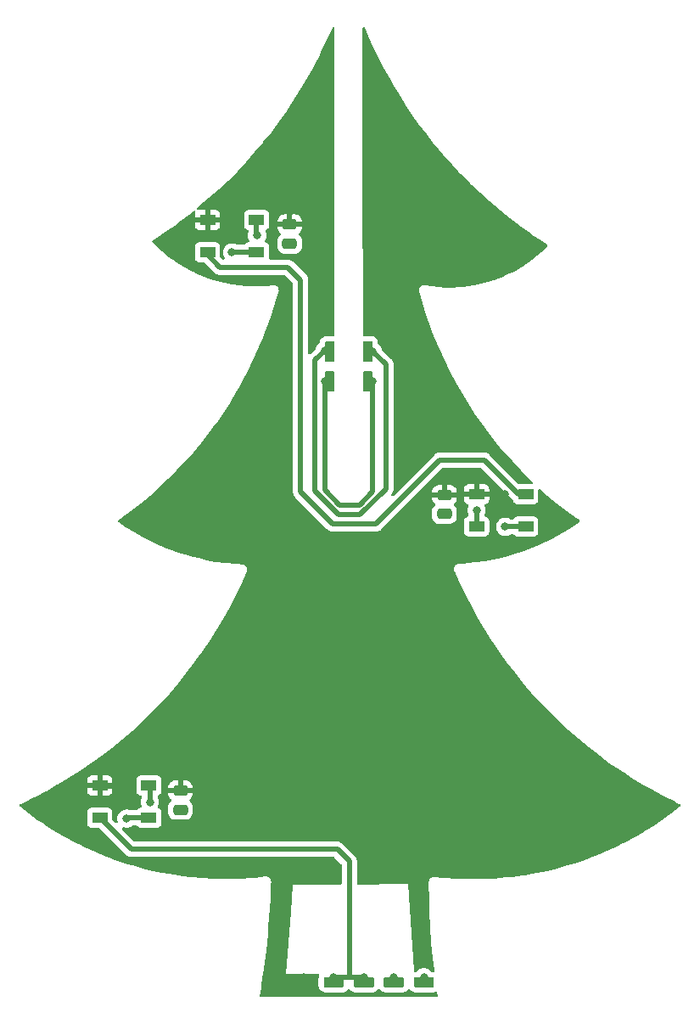
<source format=gtl>
%TF.GenerationSoftware,KiCad,Pcbnew,(6.0.7)*%
%TF.CreationDate,2022-11-21T20:09:17+01:00*%
%TF.ProjectId,Arbolito Tronco,4172626f-6c69-4746-9f20-54726f6e636f,rev?*%
%TF.SameCoordinates,Original*%
%TF.FileFunction,Copper,L1,Top*%
%TF.FilePolarity,Positive*%
%FSLAX46Y46*%
G04 Gerber Fmt 4.6, Leading zero omitted, Abs format (unit mm)*
G04 Created by KiCad (PCBNEW (6.0.7)) date 2022-11-21 20:09:17*
%MOMM*%
%LPD*%
G01*
G04 APERTURE LIST*
G04 Aperture macros list*
%AMRoundRect*
4,1,4,2,3,4,5,6,7,8,9,2,3,0*
1,1,$1,$2,$3*
1,1,$1,$2,$3*
1,1,$1,$2,$3*
1,1,$1,$2,$3*
20,1,$1,$2,$3,$4,$5,0*
20,1,$1,$2,$3,$4,$5,0*
20,1,$1,$2,$3,$4,$5,0*
20,1,$1,$2,$3,$4,$5,0*%
G04 Aperture macros list end*
%TA.AperFunction,SMDPad,CuDef*%
%AMCOMP52*
4,1,3,
-0.475,0.25,
-0.475,-0.25,
0.475,-0.25,
0.475,0.25,
0*
4,1,19,
-0.475,0.5,
-0.39774575140626311,0.48776412907378841,
-0.32805368692688169,0.45225424859373686,
-0.27274575140626311,0.39694631307311828,
-0.2372358709262116,0.32725424859373686,
-0.22499999999999998,0.25,
-0.23723587092621157,0.17274575140626316,
-0.27274575140626311,0.10305368692688174,
-0.32805368692688164,0.047745751406263165,
-0.39774575140626311,0.012235870926211617,
-0.47499999999999992,0,
-0.552254248593737,0.012235870926211617,
-0.62194631307311821,0.047745751406263109,
-0.67725424859373684,0.10305368692688169,
-0.71276412907378839,0.17274575140626311,
-0.725,0.24999999999999994,
-0.71276412907378839,0.32725424859373681,
-0.67725424859373684,0.39694631307311823,
-0.62194631307311832,0.45225424859373686,
-0.55225424859373684,0.48776412907378841,
0*
4,1,19,
-0.475,0,
-0.39774575140626311,-0.012235870926211617,
-0.32805368692688169,-0.047745751406263137,
-0.27274575140626311,-0.10305368692688172,
-0.2372358709262116,-0.17274575140626314,
-0.22499999999999998,-0.24999999999999997,
-0.23723587092621157,-0.32725424859373686,
-0.27274575140626311,-0.39694631307311823,
-0.32805368692688164,-0.45225424859373686,
-0.39774575140626311,-0.48776412907378841,
-0.47499999999999992,-0.5,
-0.552254248593737,-0.48776412907378841,
-0.62194631307311821,-0.45225424859373686,
-0.67725424859373684,-0.39694631307311834,
-0.71276412907378839,-0.32725424859373686,
-0.725,-0.25000000000000006,
-0.71276412907378839,-0.17274575140626319,
-0.67725424859373684,-0.10305368692688177,
-0.62194631307311832,-0.047745751406263165,
-0.55225424859373684,-0.012235870926211617,
0*
4,1,19,
0.475,0,
0.55225424859373684,-0.012235870926211617,
0.62194631307311821,-0.047745751406263137,
0.67725424859373684,-0.10305368692688172,
0.71276412907378839,-0.17274575140626314,
0.725,-0.24999999999999997,
0.71276412907378839,-0.32725424859373686,
0.67725424859373684,-0.39694631307311823,
0.62194631307311832,-0.45225424859373686,
0.55225424859373684,-0.48776412907378841,
0.47500000000000003,-0.5,
0.39774575140626306,-0.48776412907378841,
0.32805368692688175,-0.45225424859373686,
0.27274575140626311,-0.39694631307311834,
0.2372358709262116,-0.32725424859373686,
0.22499999999999998,-0.25000000000000006,
0.23723587092621157,-0.17274575140626319,
0.27274575140626311,-0.10305368692688177,
0.32805368692688164,-0.047745751406263165,
0.39774575140626306,-0.012235870926211617,
0*
4,1,19,
0.475,0.5,
0.55225424859373684,0.48776412907378841,
0.62194631307311821,0.45225424859373686,
0.67725424859373684,0.39694631307311828,
0.71276412907378839,0.32725424859373686,
0.725,0.25,
0.71276412907378839,0.17274575140626316,
0.67725424859373684,0.10305368692688174,
0.62194631307311832,0.047745751406263165,
0.55225424859373684,0.012235870926211617,
0.47500000000000003,0,
0.39774575140626306,0.012235870926211617,
0.32805368692688175,0.047745751406263109,
0.27274575140626311,0.10305368692688169,
0.2372358709262116,0.17274575140626311,
0.22499999999999998,0.24999999999999994,
0.23723587092621157,0.32725424859373681,
0.27274575140626311,0.39694631307311823,
0.32805368692688164,0.45225424859373686,
0.39774575140626306,0.48776412907378841,
0*
4,1,3,
-0.725,0.25,
-0.22499999999999998,0.24999999999999997,
-0.22499999999999998,-0.25,
-0.725,-0.24999999999999997,
0*
4,1,3,
-0.475,-0.5,
-0.475,0,
0.475,0,
0.475,-0.5,
0*
4,1,3,
0.725,-0.25,
0.22499999999999998,-0.24999999999999997,
0.22499999999999998,0.25,
0.725,0.24999999999999997,
0*
4,1,3,
0.475,0.5,
0.475,0,
-0.475,0,
-0.475,0.5,
0*%
%ADD10COMP52,0.25X-0.475X0.25X-0.475X-0.25X0.475X-0.25X0.475X0.25X0*%
%TD*%
%TA.AperFunction,SMDPad,CuDef*%
%ADD11R,1.5X1*%
%TD*%
%TA.AperFunction,ViaPad*%
%ADD12C,0.8*%
%TD*%
%TA.AperFunction,Conductor*%
%ADD13C,0.5*%
%TD*%
G04 APERTURE END LIST*
D10*
%TO.P,C16,1*%
%TO.N,+5V*%
X-0030000000Y0130000000D02*
X0119050000Y0050599999D03*
%TO.P,C16,2*%
%TO.N,GND*%
X0119050000Y0048700000D03*
%TD*%
D11*
%TO.P,U5,1,VDD*%
%TO.N,+5V*%
X0095400000Y0078000000D03*
%TO.P,U5,2,DIN*%
%TO.N,Net-(U4-Pad4)*%
X0095400000Y0074800000D03*
%TO.P,U5,3,VSS*%
%TO.N,GND*%
X0100300000Y0074800000D03*
%TO.P,U5,4,DOUT*%
%TO.N,Net-(U5-Pad4)*%
X0100300000Y0078000000D03*
%TD*%
D10*
%TO.P,C12,1*%
%TO.N,+5V*%
X0103600000Y0077550000D03*
%TO.P,C12,2*%
%TO.N,GND*%
X0103600000Y0075650000D03*
%TD*%
D11*
%TO.P,U1,1,VDD*%
%TO.N,+5V*%
X0084650000Y0021599999D03*
%TO.P,U1,2,DIN*%
%TO.N,/DIN*%
X0084650000Y0018400000D03*
%TO.P,U1,3,VSS*%
%TO.N,GND*%
X0089550000Y0018400000D03*
%TO.P,U1,4,DOUT*%
%TO.N,Net-(U1-Pad4)*%
X0089550000Y0021599999D03*
%TD*%
D10*
%TO.P,C14,1*%
%TO.N,+5V*%
X0092700000Y0021099999D03*
%TO.P,C14,2*%
%TO.N,GND*%
X0092700000Y0019200000D03*
%TD*%
D11*
%TO.P,U4,1,VDD*%
%TO.N,+5V*%
X0122250000Y0050650000D03*
%TO.P,U4,2,DIN*%
%TO.N,Net-(U3-Pad4)*%
X0122250000Y0047450000D03*
%TO.P,U4,3,VSS*%
%TO.N,GND*%
X0127150000Y0047450000D03*
%TO.P,U4,4,DOUT*%
%TO.N,Net-(U4-Pad4)*%
X0127150000Y0050650000D03*
%TD*%
D12*
%TO.N,+5V*%
X0102000000Y0002500000D03*
X0092700000Y0021099999D03*
X0119050000Y0050599999D03*
X0107100000Y0067900000D03*
X0097950000Y0078100000D03*
X0105000000Y0002500000D03*
X0087250000Y0021549999D03*
X0111900000Y0067900000D03*
X0103600000Y0077550000D03*
X0125050000Y0050650000D03*
%TO.N,GND*%
X0125100000Y0047400000D03*
X0092700000Y0019150000D03*
X0107100000Y0061900000D03*
X0111900000Y0061900000D03*
X0087300000Y0018299999D03*
X0103600000Y0075650000D03*
X0117000000Y0002500000D03*
X0097850000Y0074750000D03*
X0119000000Y0048650000D03*
X0114000000Y0002500000D03*
%TO.N,/DIN*%
X0111000000Y0002500000D03*
X0108000000Y0002500000D03*
%TO.N,Net-(U1-Pad4)*%
X0089650000Y0019950000D03*
%TO.N,Net-(U3-Pad4)*%
X0122250000Y0049050000D03*
%TO.N,Net-(U5-Pad4)*%
X0100350000Y0076450000D03*
%TO.N,/Dout*%
X0111900000Y0064900000D03*
X0107100000Y0065000000D03*
%TD*%
D13*
%TO.N,+5V*%
X0087250000Y0021549999D02*
X0084700000Y0021549999D01*
X0125050000Y0050650000D02*
X0122250000Y0050650000D01*
X0084700000Y0021549999D02*
X0084650000Y0021599999D01*
%TO.N,GND*%
X0100250000Y0074750000D02*
X0100300000Y0074800000D01*
X0110610050Y0049599999D02*
X0111900000Y0050889950D01*
X0107100000Y0061900000D02*
X0107100000Y0051099999D01*
X0087400000Y0018400000D02*
X0087300000Y0018299999D01*
X0097850000Y0074750000D02*
X0100250000Y0074750000D01*
X0107100000Y0051099999D02*
X0108600000Y0049599999D01*
X0127100000Y0047400000D02*
X0127150000Y0047450000D01*
X0111900000Y0050889950D02*
X0111900000Y0061900000D01*
X0108600000Y0049599999D02*
X0110610050Y0049599999D01*
X0089550000Y0018400000D02*
X0087400000Y0018400000D01*
X0125100000Y0047400000D02*
X0127100000Y0047400000D01*
%TO.N,/DIN*%
X0108000000Y0002500000D02*
X0109550000Y0002500000D01*
X0087800000Y0015250000D02*
X0108350000Y0015250000D01*
X0084650000Y0018400000D02*
X0087800000Y0015250000D01*
X0109550000Y0002500000D02*
X0111000000Y0002500000D01*
X0109550000Y0014049999D02*
X0109550000Y0002500000D01*
X0108350000Y0015250000D02*
X0109550000Y0014049999D01*
%TO.N,Net-(U1-Pad4)*%
X0089650000Y0019950000D02*
X0089650000Y0021500000D01*
X0089650000Y0021500000D02*
X0089550000Y0021599999D01*
X0089600000Y0021650000D02*
X0089550000Y0021599999D01*
%TO.N,Net-(U3-Pad4)*%
X0122250000Y0049050000D02*
X0122250000Y0047450000D01*
%TO.N,Net-(U4-Pad4)*%
X0103400000Y0073300000D02*
X0104699999Y0072000000D01*
X0123000000Y0054050000D02*
X0126400000Y0050650000D01*
X0118550000Y0054050000D02*
X0123000000Y0054050000D01*
X0096600000Y0073300000D02*
X0103400000Y0073300000D01*
X0104699999Y0050900000D02*
X0107900000Y0047700000D01*
X0095400000Y0074800000D02*
X0095400000Y0074500000D01*
X0104699999Y0072000000D02*
X0104699999Y0050900000D01*
X0107900000Y0047700000D02*
X0112199999Y0047700000D01*
X0095400000Y0074500000D02*
X0096600000Y0073300000D01*
X0112199999Y0047700000D02*
X0118550000Y0054050000D01*
X0126400000Y0050650000D02*
X0127150000Y0050650000D01*
%TO.N,Net-(U5-Pad4)*%
X0100300000Y0078000000D02*
X0100300000Y0076500000D01*
X0100300000Y0076500000D02*
X0100350000Y0076450000D01*
%TO.N,/Dout*%
X0106100000Y0064000000D02*
X0106100000Y0051000000D01*
X0107100000Y0065000000D02*
X0106100000Y0064000000D01*
X0106100000Y0051000000D02*
X0108500000Y0048599999D01*
X0113199999Y0063599999D02*
X0111900000Y0064900000D01*
X0113199999Y0051200000D02*
X0113199999Y0063599999D01*
X0108500000Y0048599999D02*
X0110600000Y0048599999D01*
X0110600000Y0048599999D02*
X0113199999Y0051200000D01*
%TD*%
%TA.AperFunction,Conductor*%
%TO.N,/Dout*%
G36*
X0108033621Y0065879998D02*
G01*
X0108080114Y0065826342D01*
X0108091500Y0065774000D01*
X0108091500Y0064025999D01*
X0108071497Y0063957879D01*
X0108017842Y0063911385D01*
X0107965499Y0063900000D01*
X0107226000Y0063900000D01*
X0107157879Y0063920002D01*
X0107111386Y0063973658D01*
X0107100000Y0064025999D01*
X0107100000Y0065774000D01*
X0107120002Y0065842121D01*
X0107173657Y0065888614D01*
X0107226000Y0065900000D01*
X0107965499Y0065900000D01*
X0108033621Y0065879998D01*
G37*
%TD.AperFunction*%
%TD*%
%TA.AperFunction,Conductor*%
%TO.N,/Dout*%
G36*
X0111842120Y0065879998D02*
G01*
X0111888613Y0065826342D01*
X0111900000Y0065774000D01*
X0111900000Y0064025999D01*
X0111879998Y0063957879D01*
X0111826342Y0063911385D01*
X0111774000Y0063900000D01*
X0111026000Y0063900000D01*
X0110957878Y0063920002D01*
X0110911386Y0063973658D01*
X0110900000Y0064025999D01*
X0110900000Y0065774000D01*
X0110920002Y0065842121D01*
X0110973658Y0065888614D01*
X0111026000Y0065900000D01*
X0111774000Y0065900000D01*
X0111842120Y0065879998D01*
G37*
%TD.AperFunction*%
%TD*%
%TA.AperFunction,Conductor*%
%TO.N,+5V*%
G36*
X0108091500Y0066900000D02*
G01*
X0107100000Y0066900000D01*
X0107100000Y0068900000D01*
X0108091500Y0068900000D01*
X0108091500Y0066900000D01*
G37*
%TD.AperFunction*%
%TD*%
%TA.AperFunction,Conductor*%
%TO.N,+5V*%
G36*
X0111900000Y0066900000D02*
G01*
X0110900000Y0066900000D01*
X0110900000Y0068900000D01*
X0111900000Y0068900000D01*
X0111900000Y0066900000D01*
G37*
%TD.AperFunction*%
%TD*%
%TA.AperFunction,Conductor*%
%TO.N,GND*%
G36*
X0108033621Y0062879998D02*
G01*
X0108080114Y0062826342D01*
X0108091500Y0062774000D01*
X0108091500Y0061025999D01*
X0108071497Y0060957879D01*
X0108017842Y0060911385D01*
X0107965499Y0060900000D01*
X0107226000Y0060900000D01*
X0107157879Y0060920002D01*
X0107111386Y0060973658D01*
X0107100000Y0061025999D01*
X0107100000Y0062774000D01*
X0107120002Y0062842121D01*
X0107173657Y0062888614D01*
X0107226000Y0062900000D01*
X0107965499Y0062900000D01*
X0108033621Y0062879998D01*
G37*
%TD.AperFunction*%
%TD*%
%TA.AperFunction,Conductor*%
%TO.N,GND*%
G36*
X0111842120Y0062879998D02*
G01*
X0111888613Y0062826342D01*
X0111900000Y0062774000D01*
X0111900000Y0061025999D01*
X0111879998Y0060957879D01*
X0111826342Y0060911385D01*
X0111774000Y0060900000D01*
X0111026000Y0060900000D01*
X0110957878Y0060920002D01*
X0110911386Y0060973658D01*
X0110900000Y0061025999D01*
X0110900000Y0062774000D01*
X0110920002Y0062842121D01*
X0110973658Y0062888614D01*
X0111026000Y0062900000D01*
X0111774000Y0062900000D01*
X0111842120Y0062879998D01*
G37*
%TD.AperFunction*%
%TD*%
%TA.AperFunction,Conductor*%
%TO.N,GND*%
G36*
X0117942120Y0002479997D02*
G01*
X0117988614Y0002426342D01*
X0118000000Y0002373999D01*
X0118000000Y0001626000D01*
X0117979998Y0001557879D01*
X0117926342Y0001511385D01*
X0117874000Y0001500000D01*
X0116126000Y0001500000D01*
X0116057879Y0001520002D01*
X0116011385Y0001573657D01*
X0116000000Y0001626000D01*
X0116000000Y0002373999D01*
X0116020002Y0002442121D01*
X0116073658Y0002488613D01*
X0116126000Y0002500000D01*
X0117874000Y0002500000D01*
X0117942120Y0002479997D01*
G37*
%TD.AperFunction*%
%TD*%
%TA.AperFunction,Conductor*%
%TO.N,+5V*%
G36*
X0103000000Y0001500000D02*
G01*
X0101000000Y0001500000D01*
X0101000000Y0002500000D01*
X0103000000Y0002500000D01*
X0103000000Y0001500000D01*
G37*
%TD.AperFunction*%
%TD*%
%TA.AperFunction,Conductor*%
%TO.N,+5V*%
G36*
X0106000000Y0001500000D02*
G01*
X0104000000Y0001500000D01*
X0104000000Y0002500000D01*
X0106000000Y0002500000D01*
X0106000000Y0001500000D01*
G37*
%TD.AperFunction*%
%TD*%
%TA.AperFunction,Conductor*%
%TO.N,+5V*%
G36*
X0108029968Y0097241118D02*
G01*
X0108078263Y0097189078D01*
X0108091500Y0097132860D01*
X0108091500Y0068900000D01*
X0107100000Y0068900000D01*
X0107100000Y0066900000D01*
X0108091500Y0066900000D01*
X0108091500Y0066539500D01*
X0108071497Y0066471379D01*
X0108017842Y0066424886D01*
X0107965499Y0066413500D01*
X0107226000Y0066413500D01*
X0107222654Y0066413140D01*
X0107222648Y0066413140D01*
X0107120215Y0066402128D01*
X0107120207Y0066402127D01*
X0107116851Y0066401766D01*
X0107113551Y0066401048D01*
X0107113550Y0066401048D01*
X0107067790Y0066391094D01*
X0107067784Y0066391093D01*
X0107064508Y0066390379D01*
X0106960343Y0066355710D01*
X0106837388Y0066276692D01*
X0106783731Y0066230199D01*
X0106780791Y0066226806D01*
X0106693919Y0066126550D01*
X0106693917Y0066126547D01*
X0106688018Y0066119739D01*
X0106627301Y0065986790D01*
X0106607300Y0065918668D01*
X0106606660Y0065914220D01*
X0106606659Y0065914214D01*
X0106590206Y0065799781D01*
X0106560713Y0065735201D01*
X0106539553Y0065715779D01*
X0106488746Y0065678866D01*
X0106484326Y0065673956D01*
X0106484325Y0065673955D01*
X0106428677Y0065612151D01*
X0106360960Y0065536944D01*
X0106265472Y0065371556D01*
X0106263431Y0065365271D01*
X0106210613Y0065202715D01*
X0106179875Y0065152556D01*
X0105673595Y0064646276D01*
X0105611282Y0064612250D01*
X0105540468Y0064617315D01*
X0105483632Y0064659862D01*
X0105458821Y0064726382D01*
X0105458499Y0064735371D01*
X0105458499Y0071932930D01*
X0105459933Y0071951880D01*
X0105462099Y0071966115D01*
X0105462099Y0071966118D01*
X0105463199Y0071973349D01*
X0105458914Y0072026018D01*
X0105458499Y0072036233D01*
X0105458499Y0072044293D01*
X0105455209Y0072072520D01*
X0105454778Y0072076878D01*
X0105449454Y0072142338D01*
X0105449453Y0072142341D01*
X0105448860Y0072149636D01*
X0105446604Y0072156600D01*
X0105445416Y0072162539D01*
X0105444030Y0072168410D01*
X0105443182Y0072175681D01*
X0105440686Y0072182557D01*
X0105440684Y0072182566D01*
X0105418275Y0072244298D01*
X0105416865Y0072248402D01*
X0105394352Y0072317899D01*
X0105390556Y0072324154D01*
X0105388057Y0072329613D01*
X0105385329Y0072335061D01*
X0105382833Y0072341937D01*
X0105342805Y0072402990D01*
X0105340481Y0072406673D01*
X0105305504Y0072464314D01*
X0105305500Y0072464317D01*
X0105302595Y0072469107D01*
X0105295197Y0072477483D01*
X0105295223Y0072477507D01*
X0105292578Y0072480489D01*
X0105289872Y0072483725D01*
X0105285856Y0072489852D01*
X0105229598Y0072543146D01*
X0105227157Y0072545523D01*
X0103983770Y0073788911D01*
X0103971384Y0073803323D01*
X0103962851Y0073814918D01*
X0103962846Y0073814923D01*
X0103958508Y0073820818D01*
X0103952930Y0073825557D01*
X0103952926Y0073825560D01*
X0103918231Y0073855035D01*
X0103910716Y0073861965D01*
X0103905021Y0073867660D01*
X0103898879Y0073872518D01*
X0103882748Y0073885280D01*
X0103879345Y0073888072D01*
X0103829297Y0073930591D01*
X0103829295Y0073930591D01*
X0103823715Y0073935333D01*
X0103817198Y0073938661D01*
X0103812150Y0073942028D01*
X0103807020Y0073945195D01*
X0103801284Y0073949734D01*
X0103735125Y0073980655D01*
X0103731225Y0073982561D01*
X0103666192Y0074015769D01*
X0103659084Y0074017507D01*
X0103653440Y0074019607D01*
X0103647678Y0074021524D01*
X0103641050Y0074024622D01*
X0103569583Y0074039487D01*
X0103565299Y0074040457D01*
X0103494390Y0074057808D01*
X0103488788Y0074058156D01*
X0103488785Y0074058156D01*
X0103483236Y0074058500D01*
X0103483238Y0074058536D01*
X0103479244Y0074058775D01*
X0103475053Y0074059148D01*
X0103467885Y0074060640D01*
X0103401675Y0074058849D01*
X0103390479Y0074058546D01*
X0103387071Y0074058500D01*
X0101677923Y0074058500D01*
X0101609802Y0074078502D01*
X0101563309Y0074132158D01*
X0101552660Y0074198107D01*
X0101558131Y0074248469D01*
X0101558500Y0074251866D01*
X0101558500Y0075348134D01*
X0101558341Y0075349600D01*
X0102366500Y0075349600D01*
X0102366837Y0075346353D01*
X0102366837Y0075346350D01*
X0102372492Y0075291852D01*
X0102377474Y0075243834D01*
X0102433450Y0075076054D01*
X0102526522Y0074925652D01*
X0102651697Y0074800694D01*
X0102657927Y0074796855D01*
X0102657928Y0074796854D01*
X0102795089Y0074712306D01*
X0102802262Y0074707885D01*
X0102882004Y0074681435D01*
X0102963610Y0074654368D01*
X0102963613Y0074654368D01*
X0102970138Y0074652203D01*
X0102976975Y0074651502D01*
X0102976978Y0074651502D01*
X0103020030Y0074647091D01*
X0103074600Y0074641500D01*
X0104125400Y0074641500D01*
X0104128646Y0074641837D01*
X0104128650Y0074641837D01*
X0104224308Y0074651761D01*
X0104224312Y0074651763D01*
X0104231166Y0074652474D01*
X0104237702Y0074654654D01*
X0104237704Y0074654654D01*
X0104369806Y0074698728D01*
X0104398946Y0074708450D01*
X0104549348Y0074801522D01*
X0104674305Y0074926696D01*
X0104767114Y0075077261D01*
X0104822797Y0075245139D01*
X0104823737Y0075254307D01*
X0104831311Y0075328237D01*
X0104833499Y0075349600D01*
X0104833499Y0075950400D01*
X0104831831Y0075966478D01*
X0104823238Y0076049308D01*
X0104823237Y0076049312D01*
X0104822526Y0076056165D01*
X0104815093Y0076078443D01*
X0104768868Y0076216997D01*
X0104766550Y0076223946D01*
X0104673477Y0076374348D01*
X0104548303Y0076499305D01*
X0104543765Y0076502102D01*
X0104503176Y0076559353D01*
X0104499946Y0076630276D01*
X0104535572Y0076691687D01*
X0104544068Y0076699062D01*
X0104554206Y0076707098D01*
X0104668738Y0076821829D01*
X0104677751Y0076833240D01*
X0104762815Y0076971243D01*
X0104768963Y0076984423D01*
X0104820137Y0077138710D01*
X0104823005Y0077152086D01*
X0104832672Y0077246438D01*
X0104833000Y0077252854D01*
X0104833000Y0077277885D01*
X0104828525Y0077293124D01*
X0104827135Y0077294329D01*
X0104819452Y0077295999D01*
X0102385116Y0077295999D01*
X0102369877Y0077291525D01*
X0102368672Y0077290134D01*
X0102367000Y0077282452D01*
X0102367000Y0077252905D01*
X0102367337Y0077246386D01*
X0102377256Y0077150793D01*
X0102380148Y0077137400D01*
X0102431588Y0076983216D01*
X0102437761Y0076970038D01*
X0102523063Y0076832192D01*
X0102532098Y0076820792D01*
X0102646828Y0076706262D01*
X0102655762Y0076699206D01*
X0102696823Y0076641288D01*
X0102700053Y0076570365D01*
X0102664425Y0076508954D01*
X0102656592Y0076502153D01*
X0102650652Y0076498478D01*
X0102525695Y0076373303D01*
X0102521854Y0076367073D01*
X0102521853Y0076367072D01*
X0102453690Y0076256489D01*
X0102432885Y0076222738D01*
X0102377203Y0076054861D01*
X0102366500Y0075950400D01*
X0102366500Y0075349600D01*
X0101558341Y0075349600D01*
X0101551745Y0075410316D01*
X0101500615Y0075546705D01*
X0101413261Y0075663261D01*
X0101296705Y0075750615D01*
X0101188133Y0075791316D01*
X0101131369Y0075833959D01*
X0101106669Y0075900520D01*
X0101123244Y0075972298D01*
X0101181222Y0076072721D01*
X0101181223Y0076072722D01*
X0101184527Y0076078443D01*
X0101243541Y0076260072D01*
X0101256097Y0076379521D01*
X0101262813Y0076443435D01*
X0101263504Y0076450000D01*
X0101262813Y0076456565D01*
X0101244232Y0076633365D01*
X0101244232Y0076633367D01*
X0101243541Y0076639928D01*
X0101184527Y0076821556D01*
X0101170707Y0076845493D01*
X0101153967Y0076914488D01*
X0101177188Y0076981580D01*
X0101235595Y0077026476D01*
X0101288295Y0077046232D01*
X0101288296Y0077046233D01*
X0101296705Y0077049385D01*
X0101413261Y0077136739D01*
X0101500615Y0077253295D01*
X0101551745Y0077389684D01*
X0101558500Y0077451866D01*
X0101558500Y0077822115D01*
X0102366999Y0077822115D01*
X0102371475Y0077806876D01*
X0102372864Y0077805670D01*
X0102380548Y0077804000D01*
X0103327885Y0077804000D01*
X0103343123Y0077808475D01*
X0103344328Y0077809865D01*
X0103346000Y0077817548D01*
X0103346000Y0077822115D01*
X0103854000Y0077822115D01*
X0103858475Y0077806876D01*
X0103859865Y0077805670D01*
X0103867548Y0077804000D01*
X0104814884Y0077804000D01*
X0104830122Y0077808475D01*
X0104831328Y0077809865D01*
X0104832999Y0077817548D01*
X0104832999Y0077847095D01*
X0104832662Y0077853614D01*
X0104822743Y0077949206D01*
X0104819851Y0077962600D01*
X0104768412Y0078116784D01*
X0104762239Y0078129962D01*
X0104676937Y0078267807D01*
X0104667901Y0078279208D01*
X0104553170Y0078393739D01*
X0104541760Y0078402751D01*
X0104403757Y0078487816D01*
X0104390576Y0078493963D01*
X0104236290Y0078545138D01*
X0104222914Y0078548005D01*
X0104128561Y0078557672D01*
X0104122144Y0078558000D01*
X0103872115Y0078558000D01*
X0103856876Y0078553525D01*
X0103855671Y0078552135D01*
X0103854000Y0078544452D01*
X0103854000Y0077822115D01*
X0103346000Y0077822115D01*
X0103346000Y0078539884D01*
X0103341524Y0078555123D01*
X0103340135Y0078556328D01*
X0103332451Y0078557999D01*
X0103077904Y0078557999D01*
X0103071385Y0078557662D01*
X0102975794Y0078547743D01*
X0102962400Y0078544851D01*
X0102808215Y0078493412D01*
X0102795038Y0078487239D01*
X0102657193Y0078401937D01*
X0102645792Y0078392901D01*
X0102531261Y0078278171D01*
X0102522248Y0078266760D01*
X0102437184Y0078128757D01*
X0102431037Y0078115576D01*
X0102379862Y0077961289D01*
X0102376995Y0077947914D01*
X0102367327Y0077853562D01*
X0102366999Y0077847145D01*
X0102366999Y0077822115D01*
X0101558500Y0077822115D01*
X0101558500Y0078548134D01*
X0101551745Y0078610316D01*
X0101500615Y0078746704D01*
X0101413261Y0078863261D01*
X0101296705Y0078950615D01*
X0101160316Y0079001745D01*
X0101098133Y0079008500D01*
X0099501866Y0079008500D01*
X0099439684Y0079001745D01*
X0099303294Y0078950615D01*
X0099186738Y0078863261D01*
X0099099385Y0078746704D01*
X0099048255Y0078610316D01*
X0099041500Y0078548134D01*
X0099041500Y0077451866D01*
X0099048255Y0077389684D01*
X0099099385Y0077253295D01*
X0099186738Y0077136739D01*
X0099303294Y0077049385D01*
X0099433051Y0077000742D01*
X0099433052Y0077000741D01*
X0099439684Y0076998255D01*
X0099439281Y0076997182D01*
X0099494383Y0076965699D01*
X0099527200Y0076902743D01*
X0099518699Y0076827144D01*
X0099515472Y0076821556D01*
X0099456458Y0076639928D01*
X0099455768Y0076633367D01*
X0099455768Y0076633365D01*
X0099437186Y0076456565D01*
X0099436496Y0076450000D01*
X0099437186Y0076443435D01*
X0099443904Y0076379521D01*
X0099456458Y0076260072D01*
X0099515472Y0076078443D01*
X0099518776Y0076072722D01*
X0099518777Y0076072721D01*
X0099564682Y0075993211D01*
X0099581420Y0075924215D01*
X0099558199Y0075857124D01*
X0099502391Y0075813237D01*
X0099469170Y0075804948D01*
X0099439684Y0075801745D01*
X0099303294Y0075750615D01*
X0099186738Y0075663261D01*
X0099141316Y0075602655D01*
X0099108551Y0075558934D01*
X0099051692Y0075516420D01*
X0099007725Y0075508500D01*
X0098392586Y0075508500D01*
X0098318527Y0075532563D01*
X0098312097Y0075537235D01*
X0098312091Y0075537239D01*
X0098306751Y0075541118D01*
X0098300724Y0075543802D01*
X0098300722Y0075543803D01*
X0098138319Y0075616109D01*
X0098138318Y0075616109D01*
X0098132287Y0075618794D01*
X0098038887Y0075638646D01*
X0097951944Y0075657128D01*
X0097951939Y0075657128D01*
X0097945487Y0075658500D01*
X0097754513Y0075658500D01*
X0097748061Y0075657128D01*
X0097748056Y0075657128D01*
X0097661112Y0075638646D01*
X0097567712Y0075618794D01*
X0097561682Y0075616109D01*
X0097561681Y0075616109D01*
X0097399278Y0075543803D01*
X0097399276Y0075543802D01*
X0097393248Y0075541118D01*
X0097387907Y0075537238D01*
X0097387906Y0075537237D01*
X0097372319Y0075525912D01*
X0097238747Y0075428866D01*
X0097234326Y0075423956D01*
X0097234325Y0075423955D01*
X0097167376Y0075349600D01*
X0097110960Y0075286944D01*
X0097015473Y0075121556D01*
X0096956458Y0074939928D01*
X0096955768Y0074933367D01*
X0096955768Y0074933365D01*
X0096954523Y0074921517D01*
X0096936496Y0074750000D01*
X0096956458Y0074560071D01*
X0097015473Y0074378444D01*
X0097090515Y0074248469D01*
X0097091074Y0074247500D01*
X0097107812Y0074178505D01*
X0097084592Y0074111413D01*
X0097028785Y0074067526D01*
X0096981955Y0074058500D01*
X0096966371Y0074058500D01*
X0096898250Y0074078502D01*
X0096877276Y0074095405D01*
X0096695405Y0074277276D01*
X0096661379Y0074339587D01*
X0096658500Y0074366371D01*
X0096658500Y0075348134D01*
X0096651745Y0075410316D01*
X0096600615Y0075546705D01*
X0096513261Y0075663261D01*
X0096396705Y0075750615D01*
X0096260316Y0075801745D01*
X0096198134Y0075808500D01*
X0094601866Y0075808500D01*
X0094539684Y0075801745D01*
X0094403295Y0075750615D01*
X0094286739Y0075663261D01*
X0094199385Y0075546705D01*
X0094148255Y0075410316D01*
X0094141500Y0075348134D01*
X0094141500Y0074251866D01*
X0094148255Y0074189684D01*
X0094199385Y0074053294D01*
X0094286739Y0073936739D01*
X0094403295Y0073849385D01*
X0094539684Y0073798255D01*
X0094601866Y0073791500D01*
X0094983629Y0073791500D01*
X0095051750Y0073771498D01*
X0095072724Y0073754595D01*
X0096016230Y0072811089D01*
X0096028616Y0072796677D01*
X0096037149Y0072785082D01*
X0096037154Y0072785077D01*
X0096041492Y0072779181D01*
X0096047070Y0072774442D01*
X0096047073Y0072774440D01*
X0096081768Y0072744965D01*
X0096089284Y0072738035D01*
X0096094979Y0072732340D01*
X0096097861Y0072730060D01*
X0096117251Y0072714719D01*
X0096120655Y0072711928D01*
X0096170703Y0072669409D01*
X0096176285Y0072664667D01*
X0096182801Y0072661339D01*
X0096187850Y0072657972D01*
X0096192979Y0072654805D01*
X0096198716Y0072650266D01*
X0096264875Y0072619345D01*
X0096268769Y0072617442D01*
X0096333808Y0072584231D01*
X0096340916Y0072582492D01*
X0096346559Y0072580393D01*
X0096352322Y0072578476D01*
X0096358950Y0072575378D01*
X0096366112Y0072573888D01*
X0096366113Y0072573888D01*
X0096430412Y0072560514D01*
X0096434696Y0072559544D01*
X0096505610Y0072542192D01*
X0096511212Y0072541844D01*
X0096511215Y0072541844D01*
X0096516764Y0072541500D01*
X0096516762Y0072541463D01*
X0096520755Y0072541225D01*
X0096524947Y0072540851D01*
X0096532115Y0072539360D01*
X0096609520Y0072541454D01*
X0096612928Y0072541500D01*
X0103033628Y0072541500D01*
X0103101750Y0072521498D01*
X0103122724Y0072504595D01*
X0103904595Y0071722724D01*
X0103938621Y0071660412D01*
X0103941499Y0071633629D01*
X0103941499Y0050967070D01*
X0103940067Y0050948120D01*
X0103939830Y0050946558D01*
X0103936801Y0050926651D01*
X0103937394Y0050919359D01*
X0103937394Y0050919355D01*
X0103941084Y0050873982D01*
X0103941499Y0050863766D01*
X0103941499Y0050855706D01*
X0103941925Y0050852063D01*
X0103944788Y0050827493D01*
X0103945222Y0050823117D01*
X0103949486Y0050770703D01*
X0103951140Y0050750362D01*
X0103953396Y0050743399D01*
X0103954587Y0050737440D01*
X0103955971Y0050731584D01*
X0103956818Y0050724318D01*
X0103981734Y0050655672D01*
X0103983151Y0050651545D01*
X0104005649Y0050582100D01*
X0104009445Y0050575846D01*
X0104011951Y0050570372D01*
X0104014670Y0050564942D01*
X0104017167Y0050558063D01*
X0104021179Y0050551942D01*
X0104021179Y0050551942D01*
X0104057186Y0050497023D01*
X0104059523Y0050493320D01*
X0104097405Y0050430893D01*
X0104101121Y0050426685D01*
X0104101122Y0050426683D01*
X0104104803Y0050422516D01*
X0104104775Y0050422492D01*
X0104107429Y0050419500D01*
X0104110132Y0050416267D01*
X0104114144Y0050410148D01*
X0104119456Y0050405116D01*
X0104170382Y0050356871D01*
X0104172824Y0050354494D01*
X0107316229Y0047211089D01*
X0107328616Y0047196676D01*
X0107337149Y0047185081D01*
X0107337154Y0047185077D01*
X0107341491Y0047179182D01*
X0107347070Y0047174443D01*
X0107347073Y0047174440D01*
X0107381768Y0047144965D01*
X0107389284Y0047138035D01*
X0107394979Y0047132340D01*
X0107397861Y0047130060D01*
X0107417251Y0047114718D01*
X0107420655Y0047111928D01*
X0107470702Y0047069408D01*
X0107476284Y0047064667D01*
X0107482801Y0047061339D01*
X0107487850Y0047057972D01*
X0107492978Y0047054805D01*
X0107498716Y0047050265D01*
X0107564875Y0047019345D01*
X0107568769Y0047017442D01*
X0107633807Y0046984230D01*
X0107640916Y0046982491D01*
X0107646559Y0046980393D01*
X0107652322Y0046978476D01*
X0107658950Y0046975378D01*
X0107666112Y0046973888D01*
X0107666113Y0046973888D01*
X0107730412Y0046960514D01*
X0107734696Y0046959543D01*
X0107805610Y0046942192D01*
X0107811212Y0046941844D01*
X0107811215Y0046941844D01*
X0107816764Y0046941500D01*
X0107816762Y0046941464D01*
X0107820754Y0046941225D01*
X0107824947Y0046940850D01*
X0107832114Y0046939359D01*
X0107909519Y0046941453D01*
X0107912928Y0046941500D01*
X0112132929Y0046941500D01*
X0112151880Y0046940067D01*
X0112166114Y0046937901D01*
X0112166119Y0046937901D01*
X0112173349Y0046936801D01*
X0112180641Y0046937394D01*
X0112180644Y0046937394D01*
X0112226018Y0046941085D01*
X0112236233Y0046941500D01*
X0112244293Y0046941500D01*
X0112261680Y0046943527D01*
X0112272506Y0046944789D01*
X0112276882Y0046945222D01*
X0112342339Y0046950546D01*
X0112342342Y0046950547D01*
X0112349637Y0046951139D01*
X0112356601Y0046953396D01*
X0112362560Y0046954587D01*
X0112368415Y0046955971D01*
X0112375680Y0046956818D01*
X0112444326Y0046981735D01*
X0112448455Y0046983152D01*
X0112510935Y0047003393D01*
X0112510938Y0047003394D01*
X0112517899Y0047005649D01*
X0112524154Y0047009445D01*
X0112529628Y0047011950D01*
X0112535057Y0047014669D01*
X0112541936Y0047017167D01*
X0112559137Y0047028443D01*
X0112602976Y0047057186D01*
X0112606680Y0047059523D01*
X0112669107Y0047097404D01*
X0112677484Y0047104803D01*
X0112677507Y0047104776D01*
X0112680500Y0047107428D01*
X0112683732Y0047110131D01*
X0112689852Y0047114143D01*
X0112743128Y0047170383D01*
X0112745506Y0047172825D01*
X0113972281Y0048399600D01*
X0117816499Y0048399600D01*
X0117816836Y0048396354D01*
X0117816836Y0048396350D01*
X0117826095Y0048307128D01*
X0117827474Y0048293834D01*
X0117829655Y0048287298D01*
X0117829655Y0048287296D01*
X0117850411Y0048225083D01*
X0117883450Y0048126054D01*
X0117976521Y0047975652D01*
X0117981704Y0047970479D01*
X0118027143Y0047925118D01*
X0118101697Y0047850695D01*
X0118107926Y0047846855D01*
X0118107927Y0047846853D01*
X0118245090Y0047762305D01*
X0118252262Y0047757885D01*
X0118332005Y0047731436D01*
X0118413611Y0047704368D01*
X0118413613Y0047704368D01*
X0118420139Y0047702203D01*
X0118426975Y0047701503D01*
X0118426977Y0047701502D01*
X0118470031Y0047697091D01*
X0118524599Y0047691500D01*
X0119575400Y0047691500D01*
X0119578645Y0047691837D01*
X0119578650Y0047691837D01*
X0119674308Y0047701762D01*
X0119674311Y0047701763D01*
X0119681165Y0047702473D01*
X0119687702Y0047704655D01*
X0119687704Y0047704655D01*
X0119819806Y0047748728D01*
X0119848946Y0047758450D01*
X0119999348Y0047851522D01*
X0120124305Y0047976697D01*
X0120139613Y0048001531D01*
X0120213275Y0048121032D01*
X0120213276Y0048121033D01*
X0120217115Y0048127262D01*
X0120264059Y0048268794D01*
X0120270632Y0048288611D01*
X0120270632Y0048288613D01*
X0120272797Y0048295139D01*
X0120274025Y0048307128D01*
X0120277909Y0048345031D01*
X0120283500Y0048399600D01*
X0120283500Y0049000400D01*
X0120278354Y0049050000D01*
X0120273237Y0049099307D01*
X0120273237Y0049099312D01*
X0120272526Y0049106166D01*
X0120216550Y0049273945D01*
X0120123478Y0049424347D01*
X0119998303Y0049549305D01*
X0119993765Y0049552102D01*
X0119953176Y0049609353D01*
X0119949946Y0049680276D01*
X0119985571Y0049741687D01*
X0119994068Y0049749061D01*
X0120004207Y0049757098D01*
X0120118739Y0049871829D01*
X0120127750Y0049883240D01*
X0120212816Y0050021243D01*
X0120218963Y0050034424D01*
X0120270138Y0050188710D01*
X0120273005Y0050202085D01*
X0120282671Y0050296437D01*
X0120282999Y0050302854D01*
X0120282999Y0050327884D01*
X0120278525Y0050343124D01*
X0120277134Y0050344329D01*
X0120269452Y0050346000D01*
X0117835116Y0050346000D01*
X0117819876Y0050341525D01*
X0117818671Y0050340135D01*
X0117817001Y0050332452D01*
X0117817001Y0050302904D01*
X0117817338Y0050296386D01*
X0117827257Y0050200794D01*
X0117830149Y0050187400D01*
X0117881588Y0050033215D01*
X0117887761Y0050020038D01*
X0117973063Y0049882193D01*
X0117982099Y0049870791D01*
X0118096827Y0049756262D01*
X0118105762Y0049749206D01*
X0118146823Y0049691288D01*
X0118150053Y0049620365D01*
X0118114426Y0049558954D01*
X0118106593Y0049552154D01*
X0118100652Y0049548478D01*
X0117975695Y0049423303D01*
X0117882884Y0049272738D01*
X0117827203Y0049104861D01*
X0117816499Y0049000400D01*
X0117816499Y0048399600D01*
X0113972281Y0048399600D01*
X0116444796Y0050872114D01*
X0117817000Y0050872114D01*
X0117821474Y0050856876D01*
X0117822865Y0050855671D01*
X0117830548Y0050854000D01*
X0118777885Y0050854000D01*
X0118793124Y0050858475D01*
X0118794329Y0050859865D01*
X0118795999Y0050867548D01*
X0118795999Y0050872114D01*
X0119304000Y0050872114D01*
X0119308474Y0050856876D01*
X0119309865Y0050855671D01*
X0119317547Y0050854000D01*
X0120264884Y0050854000D01*
X0120280123Y0050858475D01*
X0120281328Y0050859865D01*
X0120282998Y0050867548D01*
X0120282998Y0050897094D01*
X0120282661Y0050903614D01*
X0120280742Y0050922115D01*
X0120991999Y0050922115D01*
X0120996475Y0050906876D01*
X0120997864Y0050905671D01*
X0121005548Y0050904000D01*
X0121977884Y0050904000D01*
X0121993124Y0050908474D01*
X0121994329Y0050909865D01*
X0121996000Y0050917548D01*
X0121996000Y0050922115D01*
X0122503999Y0050922115D01*
X0122508475Y0050906876D01*
X0122509864Y0050905671D01*
X0122517548Y0050904000D01*
X0123489883Y0050904000D01*
X0123505123Y0050908474D01*
X0123506328Y0050909865D01*
X0123507999Y0050917548D01*
X0123507999Y0051194669D01*
X0123507629Y0051201490D01*
X0123502105Y0051252352D01*
X0123498479Y0051267604D01*
X0123453324Y0051388054D01*
X0123444786Y0051403649D01*
X0123368284Y0051505724D01*
X0123355724Y0051518285D01*
X0123253649Y0051594786D01*
X0123238054Y0051603324D01*
X0123117606Y0051648478D01*
X0123102351Y0051652105D01*
X0123051486Y0051657630D01*
X0123044671Y0051658000D01*
X0122522115Y0051658000D01*
X0122506876Y0051653525D01*
X0122505671Y0051652135D01*
X0122503999Y0051644452D01*
X0122503999Y0050922115D01*
X0121996000Y0050922115D01*
X0121996000Y0051639883D01*
X0121991525Y0051655123D01*
X0121990135Y0051656328D01*
X0121982452Y0051657999D01*
X0121455331Y0051657999D01*
X0121448510Y0051657629D01*
X0121397648Y0051652105D01*
X0121382396Y0051648478D01*
X0121261946Y0051603324D01*
X0121246351Y0051594786D01*
X0121144275Y0051518285D01*
X0121131715Y0051505724D01*
X0121055214Y0051403649D01*
X0121046675Y0051388054D01*
X0121001522Y0051267606D01*
X0120997895Y0051252351D01*
X0120992369Y0051201486D01*
X0120991999Y0051194672D01*
X0120991999Y0050922115D01*
X0120280742Y0050922115D01*
X0120272742Y0050999206D01*
X0120269850Y0051012600D01*
X0120218412Y0051166784D01*
X0120212239Y0051179962D01*
X0120126937Y0051317807D01*
X0120117900Y0051329207D01*
X0120003171Y0051443738D01*
X0119991760Y0051452751D01*
X0119853757Y0051537816D01*
X0119840576Y0051543963D01*
X0119686290Y0051595138D01*
X0119672913Y0051598005D01*
X0119578562Y0051607671D01*
X0119572145Y0051608000D01*
X0119322115Y0051608000D01*
X0119306875Y0051603525D01*
X0119305670Y0051602135D01*
X0119304000Y0051594452D01*
X0119304000Y0050872114D01*
X0118795999Y0050872114D01*
X0118795999Y0051589884D01*
X0118791525Y0051605123D01*
X0118790134Y0051606328D01*
X0118782452Y0051607999D01*
X0118527905Y0051607999D01*
X0118521386Y0051607662D01*
X0118425794Y0051597742D01*
X0118412399Y0051594851D01*
X0118258216Y0051543412D01*
X0118245038Y0051537239D01*
X0118107193Y0051451937D01*
X0118095791Y0051442901D01*
X0117981260Y0051328171D01*
X0117972249Y0051316760D01*
X0117887183Y0051178757D01*
X0117881036Y0051165576D01*
X0117829861Y0051011290D01*
X0117826995Y0050997913D01*
X0117817328Y0050903561D01*
X0117817000Y0050897144D01*
X0117817000Y0050872114D01*
X0116444796Y0050872114D01*
X0118827276Y0053254594D01*
X0118889588Y0053288621D01*
X0118916371Y0053291500D01*
X0122633629Y0053291500D01*
X0122701750Y0053271497D01*
X0122722724Y0053254594D01*
X0125816229Y0050161089D01*
X0125828616Y0050146677D01*
X0125837149Y0050135082D01*
X0125837154Y0050135076D01*
X0125841491Y0050129182D01*
X0125847071Y0050124443D01*
X0125847073Y0050124438D01*
X0125855773Y0050117048D01*
X0125894736Y0050057700D01*
X0125896775Y0050050171D01*
X0125897402Y0050047540D01*
X0125898255Y0050039683D01*
X0125949385Y0049903295D01*
X0126036739Y0049786739D01*
X0126153295Y0049699385D01*
X0126289684Y0049648255D01*
X0126351866Y0049641499D01*
X0127948134Y0049641499D01*
X0128010315Y0049648255D01*
X0128146705Y0049699385D01*
X0128263261Y0049786739D01*
X0128350615Y0049903295D01*
X0128401745Y0050039683D01*
X0128408500Y0050101866D01*
X0128408500Y0051069230D01*
X0128428502Y0051137350D01*
X0128482158Y0051183843D01*
X0128552432Y0051193948D01*
X0128618080Y0051163518D01*
X0129333463Y0050529374D01*
X0129334162Y0050528791D01*
X0129334166Y0050528788D01*
X0130269470Y0049748144D01*
X0130269487Y0049748131D01*
X0130270175Y0049747556D01*
X0131229736Y0048993959D01*
X0131230503Y0048993393D01*
X0131230504Y0048993392D01*
X0132210528Y0048269819D01*
X0132210550Y0048269802D01*
X0132211298Y0048269251D01*
X0132480301Y0048082749D01*
X0132483680Y0048080406D01*
X0132528265Y0048025155D01*
X0132535902Y0047954570D01*
X0132504166Y0047891062D01*
X0132483608Y0047873260D01*
X0131793444Y0047395473D01*
X0131789378Y0047392774D01*
X0131067629Y0046933424D01*
X0131063493Y0046930904D01*
X0130907105Y0046839684D01*
X0130324506Y0046499860D01*
X0130320243Y0046497483D01*
X0129565140Y0046095398D01*
X0129560788Y0046093187D01*
X0128790648Y0045720636D01*
X0128786214Y0045718596D01*
X0128479541Y0045584643D01*
X0128002225Y0045376155D01*
X0127997740Y0045374297D01*
X0127201034Y0045062462D01*
X0127196492Y0045060785D01*
X0126388339Y0044780054D01*
X0126383731Y0044778552D01*
X0125565336Y0044529340D01*
X0125560645Y0044528009D01*
X0125410864Y0044488669D01*
X0124733169Y0044310671D01*
X0124728423Y0044309523D01*
X0123893210Y0044124410D01*
X0123888425Y0044123447D01*
X0123046618Y0043970814D01*
X0123041815Y0043970039D01*
X0122227193Y0043854720D01*
X0122194775Y0043850131D01*
X0122189929Y0043849540D01*
X0121338843Y0043762527D01*
X0121333979Y0043762125D01*
X0120976651Y0043739532D01*
X0120540241Y0043711940D01*
X0120528125Y0043711788D01*
X0120519505Y0043713358D01*
X0120510577Y0043712424D01*
X0120501614Y0043712764D01*
X0120492708Y0043712483D01*
X0120483792Y0043713474D01*
X0120433782Y0043704694D01*
X0120425121Y0043703481D01*
X0120374639Y0043698199D01*
X0120366330Y0043694795D01*
X0120357657Y0043692612D01*
X0120349174Y0043689839D01*
X0120340329Y0043688286D01*
X0120332277Y0043684314D01*
X0120332275Y0043684313D01*
X0120294800Y0043665825D01*
X0120286820Y0043662228D01*
X0120239848Y0043642989D01*
X0120232831Y0043637392D01*
X0120225123Y0043632864D01*
X0120217748Y0043627814D01*
X0120209701Y0043623844D01*
X0120203093Y0043617777D01*
X0120203092Y0043617776D01*
X0120172309Y0043589512D01*
X0120165658Y0043583817D01*
X0120125974Y0043552167D01*
X0120120810Y0043544827D01*
X0120114676Y0043538312D01*
X0120109024Y0043531403D01*
X0120102409Y0043525330D01*
X0120076146Y0043481864D01*
X0120071373Y0043474553D01*
X0120047329Y0043440377D01*
X0120047327Y0043440372D01*
X0120042166Y0043433035D01*
X0120039271Y0043424544D01*
X0120035214Y0043416573D01*
X0120031722Y0043408343D01*
X0120027082Y0043400664D01*
X0120024783Y0043391990D01*
X0120024783Y0043391988D01*
X0120014079Y0043351595D01*
X0120011549Y0043343232D01*
X0119995162Y0043295170D01*
X0119994768Y0043286199D01*
X0119993113Y0043277423D01*
X0119992071Y0043268546D01*
X0119989770Y0043259867D01*
X0119989999Y0043250895D01*
X0119989999Y0043250891D01*
X0119991062Y0043209130D01*
X0119990981Y0043200373D01*
X0119988744Y0043149654D01*
X0119990882Y0043140933D01*
X0119991757Y0043132045D01*
X0119993248Y0043123234D01*
X0119993477Y0043114255D01*
X0119996217Y0043105700D01*
X0120008958Y0043065915D01*
X0120011338Y0043057485D01*
X0120023424Y0043008185D01*
X0120028253Y0042996598D01*
X0120029958Y0042993813D01*
X0120030600Y0042992473D01*
X0120037175Y0042977807D01*
X0120037902Y0042975539D01*
X0120038677Y0042974391D01*
X0120038703Y0042974234D01*
X0120038763Y0042974262D01*
X0120565461Y0041799477D01*
X0121136473Y0040618115D01*
X0121741233Y0039453666D01*
X0122379241Y0038307098D01*
X0123049968Y0037179357D01*
X0123752859Y0036071380D01*
X0123753332Y0036070679D01*
X0123753341Y0036070666D01*
X0123794189Y0036010194D01*
X0124487333Y0034984080D01*
X0125252782Y0033918358D01*
X0126048571Y0032875097D01*
X0126874043Y0031855163D01*
X0126874604Y0031854510D01*
X0126874630Y0031854478D01*
X0127200543Y0031474672D01*
X0127728513Y0030859395D01*
X0127729116Y0030858733D01*
X0127729131Y0030858716D01*
X0127786689Y0030795419D01*
X0128611277Y0029888621D01*
X0128611906Y0029887968D01*
X0128611907Y0029887967D01*
X0128828612Y0029663013D01*
X0129521601Y0028943642D01*
X0130458732Y0028025243D01*
X0131421896Y0027134182D01*
X0131422572Y0027133593D01*
X0131422594Y0027133573D01*
X0132409589Y0026271812D01*
X0132409611Y0026271794D01*
X0132410294Y0026271198D01*
X0133423108Y0025437004D01*
X0134459501Y0024632290D01*
X0134460226Y0024631760D01*
X0134460235Y0024631754D01*
X0134529715Y0024580940D01*
X0135518615Y0023857726D01*
X0136599572Y0023113947D01*
X0136600333Y0023113456D01*
X0136600348Y0023113445D01*
X0136978675Y0022868860D01*
X0137701478Y0022401574D01*
X0138823421Y0021721194D01*
X0139964472Y0021073372D01*
X0139965276Y0021072945D01*
X0139965279Y0021072944D01*
X0140021561Y0021043098D01*
X0141123688Y0020458641D01*
X0141124485Y0020458247D01*
X0141124509Y0020458236D01*
X0141887516Y0020081325D01*
X0142300107Y0019877512D01*
X0142541840Y0019766634D01*
X0142565630Y0019755723D01*
X0142619209Y0019709142D01*
X0142639099Y0019640987D01*
X0142618984Y0019572901D01*
X0142593437Y0019544129D01*
X0142570768Y0019525368D01*
X0142532301Y0019493531D01*
X0142529049Y0019490928D01*
X0141671205Y0018827459D01*
X0141667869Y0018824966D01*
X0140788573Y0018190219D01*
X0140785156Y0018187838D01*
X0140772145Y0018179085D01*
X0139885332Y0017582483D01*
X0139881886Y0017580246D01*
X0139303768Y0017218486D01*
X0138962514Y0017004946D01*
X0138958956Y0017002801D01*
X0138943623Y0016993898D01*
X0138021140Y0016458243D01*
X0138017504Y0016456211D01*
X0137062181Y0015942938D01*
X0137058482Y0015941029D01*
X0136845022Y0015835280D01*
X0136086715Y0015459614D01*
X0136082953Y0015457826D01*
X0135095806Y0015008795D01*
X0135091986Y0015007132D01*
X0135077851Y0015001259D01*
X0134095717Y0014593127D01*
X0134090526Y0014590970D01*
X0134086660Y0014589438D01*
X0133072003Y0014206609D01*
X0133068108Y0014205213D01*
X0132041305Y0013856115D01*
X0132037383Y0013854854D01*
X0130999620Y0013539891D01*
X0130995674Y0013538764D01*
X0129948046Y0013258270D01*
X0129944045Y0013257270D01*
X0128887701Y0013011551D01*
X0128883683Y0013010688D01*
X0128238269Y0012882885D01*
X0127819868Y0012800034D01*
X0127815768Y0012799293D01*
X0127077968Y0012678387D01*
X0126745530Y0012623911D01*
X0126741424Y0012623307D01*
X0126434886Y0012583428D01*
X0125666022Y0012483402D01*
X0125661882Y0012482934D01*
X0125215815Y0012439840D01*
X0124582409Y0012378647D01*
X0124578312Y0012378320D01*
X0124029048Y0012343532D01*
X0123495992Y0012309771D01*
X0123491830Y0012309577D01*
X0122533504Y0012280636D01*
X0122407806Y0012276840D01*
X0122403650Y0012276784D01*
X0121828541Y0012278434D01*
X0121319228Y0012279894D01*
X0121315063Y0012279974D01*
X0120231248Y0012318931D01*
X0120227088Y0012319149D01*
X0119145235Y0012393904D01*
X0119141085Y0012394259D01*
X0118780282Y0012431206D01*
X0118117224Y0012499105D01*
X0118095597Y0012503595D01*
X0118092946Y0012504036D01*
X0118084394Y0012506749D01*
X0118075695Y0012506947D01*
X0118075377Y0012506996D01*
X0118067001Y0012509341D01*
X0118042536Y0012509061D01*
X0118005025Y0012508632D01*
X0118000715Y0012508657D01*
X0117968584Y0012509388D01*
X0117938773Y0012510068D01*
X0117930372Y0012507817D01*
X0117930050Y0012507773D01*
X0117921353Y0012507673D01*
X0117912767Y0012505055D01*
X0117912766Y0012505055D01*
X0117862057Y0012489596D01*
X0117857914Y0012488410D01*
X0117798076Y0012472380D01*
X0117790651Y0012467867D01*
X0117790341Y0012467729D01*
X0117782027Y0012465193D01*
X0117730180Y0012431195D01*
X0117726570Y0012428914D01*
X0117701489Y0012413668D01*
X0117681282Y0012401385D01*
X0117681279Y0012401383D01*
X0117673610Y0012396721D01*
X0117667746Y0012390299D01*
X0117667493Y0012390085D01*
X0117660224Y0012385317D01*
X0117620004Y0012338133D01*
X0117617196Y0012334951D01*
X0117575382Y0012289168D01*
X0117571553Y0012281351D01*
X0117571378Y0012281085D01*
X0117565735Y0012274466D01*
X0117562063Y0012266272D01*
X0117540395Y0012217935D01*
X0117538569Y0012214039D01*
X0117511290Y0012158368D01*
X0117509808Y0012149794D01*
X0117509715Y0012149486D01*
X0117506157Y0012141551D01*
X0117504932Y0012132655D01*
X0117504931Y0012132654D01*
X0117497700Y0012080162D01*
X0117497038Y0012075901D01*
X0117486484Y0012014838D01*
X0117486276Y0012002287D01*
X0117486625Y0011999773D01*
X0117486278Y0011997255D01*
X0117487315Y0011990279D01*
X0117487462Y0011985901D01*
X0117489856Y0011617424D01*
X0117497218Y0010483992D01*
X0117497237Y0010483310D01*
X0117497238Y0010483275D01*
X0117539183Y0009006449D01*
X0117540324Y0008966283D01*
X0117616653Y0007449881D01*
X0117726168Y0005935513D01*
X0117868817Y0004423907D01*
X0117868898Y0004423215D01*
X0118016915Y0003152811D01*
X0118004931Y0003082834D01*
X0117957017Y0003030444D01*
X0117882776Y0003012551D01*
X0117878448Y0003012860D01*
X0117874000Y0003013499D01*
X0117816247Y0003013499D01*
X0117748126Y0003033501D01*
X0117722611Y0003055189D01*
X0117697721Y0003082834D01*
X0117611253Y0003178865D01*
X0117456752Y0003291117D01*
X0117450724Y0003293801D01*
X0117450722Y0003293802D01*
X0117288319Y0003366108D01*
X0117288318Y0003366108D01*
X0117282288Y0003368793D01*
X0117188887Y0003388647D01*
X0117101944Y0003407128D01*
X0117101938Y0003407128D01*
X0117095486Y0003408500D01*
X0116904513Y0003408500D01*
X0116898061Y0003407128D01*
X0116898056Y0003407128D01*
X0116811112Y0003388647D01*
X0116717712Y0003368793D01*
X0116711682Y0003366108D01*
X0116711681Y0003366108D01*
X0116549277Y0003293802D01*
X0116549275Y0003293801D01*
X0116543248Y0003291117D01*
X0116388747Y0003178865D01*
X0116302280Y0003082834D01*
X0116277389Y0003055189D01*
X0116216942Y0003017949D01*
X0116183753Y0003013499D01*
X0116126000Y0003013499D01*
X0116117220Y0003012556D01*
X0116047351Y0003025165D01*
X0115995392Y0003073545D01*
X0115978036Y0003129453D01*
X0115975069Y0003173955D01*
X0115400000Y0011799999D01*
X0114611806Y0011792547D01*
X0110435690Y0011753066D01*
X0110367383Y0011772423D01*
X0110320386Y0011825637D01*
X0110308500Y0011879059D01*
X0110308500Y0013982930D01*
X0110309933Y0014001881D01*
X0110312098Y0014016116D01*
X0110312098Y0014016119D01*
X0110313199Y0014023348D01*
X0110308915Y0014076018D01*
X0110308500Y0014086232D01*
X0110308500Y0014094292D01*
X0110305211Y0014122506D01*
X0110304778Y0014126881D01*
X0110299454Y0014192339D01*
X0110299453Y0014192341D01*
X0110298859Y0014199636D01*
X0110296604Y0014206601D01*
X0110295413Y0014212559D01*
X0110294029Y0014218414D01*
X0110293182Y0014225680D01*
X0110268265Y0014294326D01*
X0110266848Y0014298455D01*
X0110246607Y0014360935D01*
X0110246606Y0014360938D01*
X0110244351Y0014367898D01*
X0110240555Y0014374154D01*
X0110238048Y0014379627D01*
X0110235330Y0014385058D01*
X0110232833Y0014391936D01*
X0110192809Y0014452984D01*
X0110190472Y0014456688D01*
X0110155509Y0014514307D01*
X0110155505Y0014514312D01*
X0110152594Y0014519108D01*
X0110145197Y0014527484D01*
X0110145222Y0014527507D01*
X0110142574Y0014530496D01*
X0110139866Y0014533736D01*
X0110135855Y0014539851D01*
X0110130549Y0014544878D01*
X0110130546Y0014544882D01*
X0110079617Y0014593127D01*
X0110077175Y0014595506D01*
X0108933770Y0015738911D01*
X0108921383Y0015753322D01*
X0108912850Y0015764917D01*
X0108912846Y0015764922D01*
X0108908508Y0015770818D01*
X0108902930Y0015775557D01*
X0108902927Y0015775559D01*
X0108868232Y0015805035D01*
X0108860716Y0015811965D01*
X0108855021Y0015817660D01*
X0108848880Y0015822518D01*
X0108832749Y0015835280D01*
X0108829344Y0015838071D01*
X0108779297Y0015880590D01*
X0108779294Y0015880591D01*
X0108773715Y0015885333D01*
X0108767199Y0015888660D01*
X0108762149Y0015892027D01*
X0108757021Y0015895195D01*
X0108751284Y0015899733D01*
X0108685125Y0015930655D01*
X0108681225Y0015932561D01*
X0108679496Y0015933443D01*
X0108616192Y0015965768D01*
X0108609084Y0015967507D01*
X0108603441Y0015969606D01*
X0108597678Y0015971524D01*
X0108591050Y0015974621D01*
X0108519583Y0015989486D01*
X0108515299Y0015990457D01*
X0108444390Y0016007807D01*
X0108438787Y0016008156D01*
X0108438785Y0016008156D01*
X0108433236Y0016008499D01*
X0108433237Y0016008536D01*
X0108429245Y0016008775D01*
X0108425052Y0016009148D01*
X0108417885Y0016010639D01*
X0108351675Y0016008848D01*
X0108340478Y0016008545D01*
X0108337072Y0016008499D01*
X0088166371Y0016008499D01*
X0088098250Y0016028502D01*
X0088077276Y0016045405D01*
X0086904194Y0017218486D01*
X0086870168Y0017280799D01*
X0086875233Y0017351613D01*
X0086917780Y0017408450D01*
X0086984300Y0017433261D01*
X0087019486Y0017430829D01*
X0087198056Y0017392871D01*
X0087198061Y0017392871D01*
X0087204513Y0017391499D01*
X0087395487Y0017391499D01*
X0087401939Y0017392871D01*
X0087401944Y0017392871D01*
X0087488887Y0017411353D01*
X0087582288Y0017431206D01*
X0087588319Y0017433891D01*
X0087750722Y0017506197D01*
X0087750724Y0017506197D01*
X0087756752Y0017508882D01*
X0087787688Y0017531357D01*
X0087906163Y0017617435D01*
X0087973031Y0017641294D01*
X0087980224Y0017641499D01*
X0088295198Y0017641499D01*
X0088363319Y0017621498D01*
X0088396024Y0017591065D01*
X0088436739Y0017536738D01*
X0088553295Y0017449385D01*
X0088689684Y0017398255D01*
X0088751866Y0017391499D01*
X0090348134Y0017391499D01*
X0090410316Y0017398255D01*
X0090546705Y0017449385D01*
X0090663261Y0017536738D01*
X0090750615Y0017653295D01*
X0090801745Y0017789683D01*
X0090808500Y0017851866D01*
X0090808500Y0018899600D01*
X0091466500Y0018899600D01*
X0091466837Y0018896354D01*
X0091466837Y0018896350D01*
X0091475185Y0018815899D01*
X0091477474Y0018793834D01*
X0091533450Y0018626053D01*
X0091626522Y0018475651D01*
X0091751697Y0018350695D01*
X0091757927Y0018346855D01*
X0091757928Y0018346853D01*
X0091895090Y0018262305D01*
X0091902262Y0018257885D01*
X0091957426Y0018239587D01*
X0092063611Y0018204368D01*
X0092063613Y0018204368D01*
X0092070139Y0018202202D01*
X0092076975Y0018201503D01*
X0092076978Y0018201502D01*
X0092120031Y0018197091D01*
X0092174600Y0018191500D01*
X0093225400Y0018191500D01*
X0093228646Y0018191837D01*
X0093228650Y0018191837D01*
X0093324308Y0018201762D01*
X0093324312Y0018201763D01*
X0093331166Y0018202473D01*
X0093337702Y0018204655D01*
X0093337704Y0018204655D01*
X0093469806Y0018248728D01*
X0093498946Y0018258449D01*
X0093649348Y0018351522D01*
X0093774305Y0018476697D01*
X0093867115Y0018627262D01*
X0093922797Y0018795139D01*
X0093924799Y0018814672D01*
X0093933172Y0018896401D01*
X0093933500Y0018899600D01*
X0093933500Y0019500400D01*
X0093932453Y0019510493D01*
X0093923238Y0019599307D01*
X0093923237Y0019599311D01*
X0093922526Y0019606166D01*
X0093910909Y0019640987D01*
X0093868868Y0019766998D01*
X0093866550Y0019773945D01*
X0093773478Y0019924347D01*
X0093648303Y0020049305D01*
X0093643765Y0020052102D01*
X0093603176Y0020109353D01*
X0093599946Y0020180276D01*
X0093635572Y0020241687D01*
X0093644068Y0020249061D01*
X0093654207Y0020257098D01*
X0093768739Y0020371829D01*
X0093777751Y0020383240D01*
X0093862816Y0020521243D01*
X0093868963Y0020534424D01*
X0093920138Y0020688710D01*
X0093923005Y0020702085D01*
X0093932672Y0020796437D01*
X0093933000Y0020802853D01*
X0093933000Y0020827884D01*
X0093928525Y0020843124D01*
X0093927135Y0020844329D01*
X0093919452Y0020846000D01*
X0091485116Y0020846000D01*
X0091469877Y0020841525D01*
X0091468672Y0020840135D01*
X0091467001Y0020832452D01*
X0091467001Y0020802904D01*
X0091467338Y0020796386D01*
X0091477257Y0020700794D01*
X0091480149Y0020687399D01*
X0091531588Y0020533215D01*
X0091537761Y0020520038D01*
X0091623063Y0020382193D01*
X0091632099Y0020370791D01*
X0091746828Y0020256262D01*
X0091755762Y0020249206D01*
X0091796823Y0020191288D01*
X0091800053Y0020120365D01*
X0091764426Y0020058954D01*
X0091756593Y0020052154D01*
X0091750652Y0020048478D01*
X0091625695Y0019923303D01*
X0091621855Y0019917073D01*
X0091621854Y0019917072D01*
X0091546706Y0019795159D01*
X0091532885Y0019772738D01*
X0091477203Y0019604861D01*
X0091476503Y0019598025D01*
X0091476502Y0019598022D01*
X0091475140Y0019584728D01*
X0091466500Y0019500400D01*
X0091466500Y0018899600D01*
X0090808500Y0018899600D01*
X0090808500Y0018948133D01*
X0090801745Y0019010316D01*
X0090750615Y0019146704D01*
X0090663261Y0019263261D01*
X0090546705Y0019350615D01*
X0090526699Y0019358114D01*
X0090469935Y0019400757D01*
X0090445235Y0019467319D01*
X0090461810Y0019539097D01*
X0090481223Y0019572721D01*
X0090481224Y0019572722D01*
X0090484527Y0019578444D01*
X0090543542Y0019760071D01*
X0090548007Y0019802548D01*
X0090562814Y0019943434D01*
X0090563504Y0019950000D01*
X0090550609Y0020072692D01*
X0090544232Y0020133364D01*
X0090544232Y0020133367D01*
X0090543542Y0020139927D01*
X0090484527Y0020321556D01*
X0090425381Y0020424000D01*
X0090408500Y0020486998D01*
X0090408500Y0020510245D01*
X0090428502Y0020578367D01*
X0090482158Y0020624860D01*
X0090490270Y0020628227D01*
X0090538297Y0020646232D01*
X0090546705Y0020649384D01*
X0090663261Y0020736739D01*
X0090750615Y0020853295D01*
X0090801745Y0020989683D01*
X0090808500Y0021051866D01*
X0090808500Y0021372114D01*
X0091467000Y0021372114D01*
X0091471475Y0021356876D01*
X0091472865Y0021355671D01*
X0091480548Y0021354000D01*
X0092427885Y0021354000D01*
X0092443124Y0021358475D01*
X0092444329Y0021359865D01*
X0092446000Y0021367548D01*
X0092446000Y0021372114D01*
X0092954000Y0021372114D01*
X0092958475Y0021356876D01*
X0092959865Y0021355671D01*
X0092967548Y0021354000D01*
X0093914884Y0021354000D01*
X0093930123Y0021358475D01*
X0093931328Y0021359865D01*
X0093932999Y0021367548D01*
X0093932999Y0021397094D01*
X0093932662Y0021403614D01*
X0093922743Y0021499206D01*
X0093919851Y0021512600D01*
X0093868412Y0021666784D01*
X0093862239Y0021679962D01*
X0093776937Y0021817807D01*
X0093767901Y0021829207D01*
X0093653171Y0021943738D01*
X0093641760Y0021952751D01*
X0093503757Y0022037816D01*
X0093490576Y0022043963D01*
X0093336290Y0022095138D01*
X0093322914Y0022098005D01*
X0093228562Y0022107671D01*
X0093222145Y0022108000D01*
X0092972115Y0022108000D01*
X0092956876Y0022103525D01*
X0092955671Y0022102135D01*
X0092954000Y0022094452D01*
X0092954000Y0021372114D01*
X0092446000Y0021372114D01*
X0092446000Y0022089883D01*
X0092441525Y0022105123D01*
X0092440135Y0022106328D01*
X0092432452Y0022107999D01*
X0092177905Y0022107999D01*
X0092171386Y0022107662D01*
X0092075794Y0022097742D01*
X0092062400Y0022094851D01*
X0091908216Y0022043412D01*
X0091895038Y0022037239D01*
X0091757193Y0021951937D01*
X0091745792Y0021942901D01*
X0091631261Y0021828170D01*
X0091622249Y0021816760D01*
X0091537184Y0021678757D01*
X0091531037Y0021665576D01*
X0091479862Y0021511290D01*
X0091476995Y0021497913D01*
X0091467328Y0021403561D01*
X0091467000Y0021397144D01*
X0091467000Y0021372114D01*
X0090808500Y0021372114D01*
X0090808500Y0022148134D01*
X0090801745Y0022210316D01*
X0090750615Y0022346705D01*
X0090663261Y0022463261D01*
X0090546705Y0022550614D01*
X0090410316Y0022601744D01*
X0090348134Y0022608500D01*
X0088751866Y0022608500D01*
X0088689684Y0022601744D01*
X0088553295Y0022550614D01*
X0088436739Y0022463261D01*
X0088349385Y0022346705D01*
X0088298255Y0022210316D01*
X0088291500Y0022148134D01*
X0088291500Y0021051866D01*
X0088298255Y0020989683D01*
X0088349385Y0020853295D01*
X0088436739Y0020736739D01*
X0088553295Y0020649384D01*
X0088689684Y0020598254D01*
X0088751866Y0020591499D01*
X0088755282Y0020591499D01*
X0088758680Y0020591316D01*
X0088758602Y0020589881D01*
X0088821208Y0020571498D01*
X0088867701Y0020517842D01*
X0088877805Y0020447568D01*
X0088862206Y0020402500D01*
X0088818777Y0020327279D01*
X0088815473Y0020321556D01*
X0088756458Y0020139927D01*
X0088755768Y0020133367D01*
X0088755768Y0020133364D01*
X0088749391Y0020072692D01*
X0088736496Y0019950000D01*
X0088737186Y0019943434D01*
X0088751994Y0019802548D01*
X0088756458Y0019760071D01*
X0088815473Y0019578444D01*
X0088815478Y0019578435D01*
X0088824587Y0019510493D01*
X0088794481Y0019446196D01*
X0088734392Y0019408383D01*
X0088713654Y0019404348D01*
X0088711244Y0019404087D01*
X0088689684Y0019401745D01*
X0088553295Y0019350615D01*
X0088436739Y0019263261D01*
X0088431358Y0019256080D01*
X0088396024Y0019208934D01*
X0088339165Y0019166420D01*
X0088295198Y0019158500D01*
X0087631693Y0019158500D01*
X0087592756Y0019164666D01*
X0087588319Y0019166109D01*
X0087582288Y0019168794D01*
X0087575836Y0019170165D01*
X0087575831Y0019170167D01*
X0087401944Y0019207127D01*
X0087401939Y0019207127D01*
X0087395487Y0019208500D01*
X0087204513Y0019208500D01*
X0087198061Y0019207127D01*
X0087198056Y0019207127D01*
X0087111113Y0019188647D01*
X0087017712Y0019168794D01*
X0087011682Y0019166109D01*
X0087011681Y0019166109D01*
X0086849278Y0019093802D01*
X0086849276Y0019093801D01*
X0086843248Y0019091117D01*
X0086688747Y0018978865D01*
X0086684326Y0018973956D01*
X0086684325Y0018973955D01*
X0086617376Y0018899600D01*
X0086560960Y0018836944D01*
X0086465473Y0018671555D01*
X0086406458Y0018489928D01*
X0086405768Y0018483367D01*
X0086405768Y0018483365D01*
X0086404523Y0018471517D01*
X0086386496Y0018299999D01*
X0086387186Y0018293435D01*
X0086399205Y0018179085D01*
X0086406458Y0018110072D01*
X0086408497Y0018103797D01*
X0086433840Y0018025801D01*
X0086435868Y0017954832D01*
X0086399205Y0017894035D01*
X0086335493Y0017862710D01*
X0086264959Y0017870801D01*
X0086224912Y0017897768D01*
X0085945405Y0018177276D01*
X0085911379Y0018239587D01*
X0085908500Y0018266371D01*
X0085908500Y0018948133D01*
X0085901745Y0019010316D01*
X0085850615Y0019146704D01*
X0085763261Y0019263261D01*
X0085646705Y0019350615D01*
X0085510316Y0019401745D01*
X0085448134Y0019408500D01*
X0083851866Y0019408500D01*
X0083789684Y0019401745D01*
X0083653295Y0019350615D01*
X0083536739Y0019263261D01*
X0083449385Y0019146704D01*
X0083398255Y0019010316D01*
X0083391500Y0018948133D01*
X0083391500Y0017851866D01*
X0083398255Y0017789683D01*
X0083449385Y0017653295D01*
X0083536739Y0017536738D01*
X0083653295Y0017449385D01*
X0083789684Y0017398255D01*
X0083851866Y0017391499D01*
X0084533629Y0017391499D01*
X0084601750Y0017371498D01*
X0084622724Y0017354595D01*
X0087216230Y0014761088D01*
X0087228616Y0014746677D01*
X0087237149Y0014735082D01*
X0087237154Y0014735077D01*
X0087241492Y0014729181D01*
X0087247070Y0014724442D01*
X0087247073Y0014724440D01*
X0087281768Y0014694964D01*
X0087289284Y0014688035D01*
X0087294980Y0014682338D01*
X0087297841Y0014680076D01*
X0087297846Y0014680070D01*
X0087317266Y0014664707D01*
X0087320667Y0014661918D01*
X0087376285Y0014614666D01*
X0087382798Y0014611340D01*
X0087387837Y0014607979D01*
X0087392979Y0014604804D01*
X0087398716Y0014600266D01*
X0087464875Y0014569344D01*
X0087468769Y0014567442D01*
X0087533808Y0014534231D01*
X0087540917Y0014532492D01*
X0087546551Y0014530395D01*
X0087552321Y0014528476D01*
X0087558950Y0014525378D01*
X0087566113Y0014523888D01*
X0087566116Y0014523887D01*
X0087612174Y0014514307D01*
X0087630435Y0014510508D01*
X0087634701Y0014509542D01*
X0087705610Y0014492192D01*
X0087711212Y0014491844D01*
X0087711215Y0014491844D01*
X0087716764Y0014491500D01*
X0087716762Y0014491465D01*
X0087720734Y0014491225D01*
X0087724955Y0014490848D01*
X0087732115Y0014489358D01*
X0087809542Y0014491454D01*
X0087812950Y0014491500D01*
X0107983629Y0014491500D01*
X0108051750Y0014471497D01*
X0108072724Y0014454594D01*
X0108754595Y0013772723D01*
X0108788621Y0013710412D01*
X0108791500Y0013683628D01*
X0108791500Y0011862335D01*
X0108771498Y0011794213D01*
X0108717841Y0011747720D01*
X0108666690Y0011736340D01*
X0108558031Y0011735314D01*
X0103919850Y0011691462D01*
X0103918988Y0011680818D01*
X0103918988Y0011680817D01*
X0103699220Y0008966283D01*
X0103199999Y0002799999D01*
X0106428611Y0002799999D01*
X0106496733Y0002779998D01*
X0106543226Y0002726342D01*
X0106553329Y0002656068D01*
X0106543225Y0002621656D01*
X0106529172Y0002590888D01*
X0106529170Y0002590881D01*
X0106527301Y0002586789D01*
X0106507299Y0002518669D01*
X0106506660Y0002514219D01*
X0106506659Y0002514213D01*
X0106487139Y0002378446D01*
X0106486500Y0002373999D01*
X0106486500Y0001626000D01*
X0106498234Y0001516851D01*
X0106498952Y0001513551D01*
X0106498952Y0001513550D01*
X0106505961Y0001481331D01*
X0106509620Y0001464508D01*
X0106544289Y0001360343D01*
X0106623308Y0001237388D01*
X0106669801Y0001183731D01*
X0106673194Y0001180791D01*
X0106773450Y0001093918D01*
X0106773452Y0001093917D01*
X0106780261Y0001088018D01*
X0106913209Y0001027301D01*
X0106936963Y0001020327D01*
X0106977008Y0001008568D01*
X0106977012Y0001008567D01*
X0106981331Y0001007299D01*
X0106985780Y0001006660D01*
X0106985785Y0001006659D01*
X0107121553Y0000987139D01*
X0107121558Y0000987139D01*
X0107126000Y0000986500D01*
X0108874000Y0000986500D01*
X0108877345Y0000986860D01*
X0108877351Y0000986860D01*
X0108979785Y0000997872D01*
X0108979792Y0000997872D01*
X0108983149Y0000998233D01*
X0108986449Y0000998952D01*
X0109032209Y0001008905D01*
X0109032215Y0001008906D01*
X0109035491Y0001009620D01*
X0109139657Y0001044289D01*
X0109262611Y0001123308D01*
X0109316268Y0001169801D01*
X0109407274Y0001274828D01*
X0109466998Y0001313210D01*
X0109537996Y0001313210D01*
X0109597722Y0001274828D01*
X0109608496Y0001260435D01*
X0109623308Y0001237388D01*
X0109669801Y0001183731D01*
X0109673194Y0001180791D01*
X0109773450Y0001093918D01*
X0109773452Y0001093917D01*
X0109780261Y0001088018D01*
X0109913209Y0001027301D01*
X0109936963Y0001020327D01*
X0109977008Y0001008568D01*
X0109977012Y0001008567D01*
X0109981331Y0001007299D01*
X0109985780Y0001006660D01*
X0109985785Y0001006659D01*
X0110121553Y0000987139D01*
X0110121558Y0000987139D01*
X0110126000Y0000986500D01*
X0111874000Y0000986500D01*
X0111877345Y0000986860D01*
X0111877351Y0000986860D01*
X0111979785Y0000997872D01*
X0111979792Y0000997872D01*
X0111983149Y0000998233D01*
X0111986449Y0000998952D01*
X0112032209Y0001008905D01*
X0112032215Y0001008906D01*
X0112035491Y0001009620D01*
X0112139657Y0001044289D01*
X0112262611Y0001123308D01*
X0112316268Y0001169801D01*
X0112407274Y0001274828D01*
X0112466998Y0001313210D01*
X0112537996Y0001313210D01*
X0112597722Y0001274828D01*
X0112608496Y0001260435D01*
X0112623308Y0001237388D01*
X0112669801Y0001183731D01*
X0112673194Y0001180791D01*
X0112773450Y0001093918D01*
X0112773452Y0001093917D01*
X0112780261Y0001088018D01*
X0112913209Y0001027301D01*
X0112936963Y0001020327D01*
X0112977008Y0001008568D01*
X0112977012Y0001008567D01*
X0112981331Y0001007299D01*
X0112985780Y0001006660D01*
X0112985785Y0001006659D01*
X0113121553Y0000987139D01*
X0113121558Y0000987139D01*
X0113126000Y0000986500D01*
X0114874000Y0000986500D01*
X0114877345Y0000986860D01*
X0114877351Y0000986860D01*
X0114979785Y0000997872D01*
X0114979792Y0000997872D01*
X0114983149Y0000998233D01*
X0114986449Y0000998952D01*
X0115032209Y0001008905D01*
X0115032215Y0001008906D01*
X0115035491Y0001009620D01*
X0115139657Y0001044289D01*
X0115262611Y0001123308D01*
X0115316268Y0001169801D01*
X0115407274Y0001274828D01*
X0115466998Y0001313210D01*
X0115537996Y0001313210D01*
X0115597722Y0001274828D01*
X0115608496Y0001260435D01*
X0115623308Y0001237388D01*
X0115669801Y0001183731D01*
X0115673194Y0001180791D01*
X0115773450Y0001093918D01*
X0115773452Y0001093917D01*
X0115780261Y0001088018D01*
X0115913209Y0001027301D01*
X0115936963Y0001020327D01*
X0115977008Y0001008568D01*
X0115977012Y0001008567D01*
X0115981331Y0001007299D01*
X0115985780Y0001006660D01*
X0115985785Y0001006659D01*
X0116121553Y0000987139D01*
X0116121558Y0000987139D01*
X0116126000Y0000986500D01*
X0117874000Y0000986500D01*
X0117877345Y0000986860D01*
X0117877351Y0000986860D01*
X0117979785Y0000997872D01*
X0117979792Y0000997872D01*
X0117983149Y0000998233D01*
X0117986449Y0000998952D01*
X0118032209Y0001008905D01*
X0118032215Y0001008906D01*
X0118035491Y0001009620D01*
X0118139657Y0001044289D01*
X0118146286Y0001048550D01*
X0118147964Y0001049352D01*
X0118218045Y0001060709D01*
X0118283143Y0001032372D01*
X0118322586Y0000973340D01*
X0118326737Y0000955738D01*
X0118375277Y0000654548D01*
X0118366368Y0000584112D01*
X0118320793Y0000529674D01*
X0118250881Y0000508499D01*
X0100750131Y0000508499D01*
X0100682009Y0000528502D01*
X0100635517Y0000582157D01*
X0100625760Y0000654697D01*
X0100679645Y0000986500D01*
X0100763036Y0001500000D01*
X0101000000Y0001500000D01*
X0103000000Y0001500000D01*
X0104000000Y0001500000D01*
X0106000000Y0001500000D01*
X0106000000Y0002500000D01*
X0104000000Y0002500000D01*
X0104000000Y0001500000D01*
X0103000000Y0001500000D01*
X0103000000Y0002500000D01*
X0101000000Y0002500000D01*
X0101000000Y0001500000D01*
X0100763036Y0001500000D01*
X0100783854Y0001628196D01*
X0100889462Y0002369504D01*
X0101028860Y0003348005D01*
X0101028864Y0003348037D01*
X0101028945Y0003348612D01*
X0101240471Y0005073476D01*
X0101418348Y0006802136D01*
X0101474072Y0007471534D01*
X0101562465Y0008533362D01*
X0101562468Y0008533407D01*
X0101562512Y0008533933D01*
X0101562547Y0008534497D01*
X0101672868Y0010267611D01*
X0101672868Y0010267624D01*
X0101672906Y0010268209D01*
X0101683211Y0010501806D01*
X0101735689Y0011691462D01*
X0101748397Y0011979553D01*
X0101749094Y0011987831D01*
X0101749889Y0011991735D01*
X0101750147Y0011997255D01*
X0101750247Y0011999414D01*
X0101750247Y0011999419D01*
X0101750473Y0012004273D01*
X0101750281Y0012006048D01*
X0101750582Y0012007806D01*
X0101749772Y0012014838D01*
X0101742494Y0012077965D01*
X0101742398Y0012078824D01*
X0101735702Y0012140634D01*
X0101734787Y0012149085D01*
X0101734104Y0012150734D01*
X0101733900Y0012152506D01*
X0101730603Y0012160320D01*
X0101730601Y0012160326D01*
X0101706464Y0012217530D01*
X0101706130Y0012218329D01*
X0101682336Y0012275818D01*
X0101679087Y0012283671D01*
X0101677968Y0012285062D01*
X0101677276Y0012286705D01*
X0101671910Y0012293290D01*
X0101671907Y0012293295D01*
X0101632622Y0012341504D01*
X0101632222Y0012341998D01*
X0101587853Y0012397216D01*
X0101586387Y0012398240D01*
X0101585262Y0012399620D01*
X0101527054Y0012439660D01*
X0101526446Y0012440083D01*
X0101475382Y0012475729D01*
X0101468416Y0012480591D01*
X0101466724Y0012481161D01*
X0101465256Y0012482170D01*
X0101397901Y0012504345D01*
X0101397639Y0012504434D01*
X0101330380Y0012527091D01*
X0101328598Y0012527164D01*
X0101326904Y0012527721D01*
X0101286043Y0012529094D01*
X0101256314Y0012530092D01*
X0101255448Y0012530124D01*
X0101193322Y0012532640D01*
X0101193321Y0012532640D01*
X0101184843Y0012532983D01*
X0101183112Y0012532551D01*
X0101181328Y0012532612D01*
X0101155177Y0012525908D01*
X0101137019Y0012522649D01*
X0100740733Y0012481161D01*
X0100095344Y0012413593D01*
X0100091237Y0012413230D01*
X0099448359Y0012367406D01*
X0099009787Y0012336144D01*
X0099005617Y0012335915D01*
X0097922244Y0012294715D01*
X0097918068Y0012294625D01*
X0097536199Y0012292771D01*
X0096833888Y0012289359D01*
X0096829727Y0012289407D01*
X0095745938Y0012320080D01*
X0095741824Y0012320266D01*
X0095165733Y0012355709D01*
X0094659710Y0012386841D01*
X0094655546Y0012387165D01*
X0094002027Y0012449172D01*
X0093576166Y0012489577D01*
X0093572062Y0012490037D01*
X0092496702Y0012628165D01*
X0092492585Y0012628765D01*
X0092138598Y0012686218D01*
X0091422438Y0012802454D01*
X0091418326Y0012803191D01*
X0090948265Y0012895571D01*
X0090354476Y0013012266D01*
X0090350430Y0013013131D01*
X0089294099Y0013257352D01*
X0089290069Y0013258354D01*
X0088242411Y0013537456D01*
X0088238409Y0013538593D01*
X0087463754Y0013772723D01*
X0087200585Y0013852264D01*
X0087196608Y0013853538D01*
X0086472071Y0014099010D01*
X0086169769Y0014201430D01*
X0086165857Y0014202827D01*
X0085646892Y0014398058D01*
X0085151109Y0014584567D01*
X0085147225Y0014586101D01*
X0084145702Y0015001259D01*
X0084141870Y0015002921D01*
X0083154620Y0015451064D01*
X0083150846Y0015452854D01*
X0083140791Y0015457826D01*
X0082734497Y0015658755D01*
X0082179054Y0015933443D01*
X0082175341Y0015935356D01*
X0081219975Y0016447913D01*
X0081216328Y0016449948D01*
X0080278461Y0016993898D01*
X0080274883Y0016996054D01*
X0079355618Y0017570755D01*
X0079352113Y0017573026D01*
X0078909179Y0017870801D01*
X0078452320Y0018177938D01*
X0078448922Y0018180307D01*
X0077977075Y0018520757D01*
X0077569726Y0018814672D01*
X0077566380Y0018817172D01*
X0076708679Y0019480340D01*
X0076705417Y0019482950D01*
X0076680405Y0019503649D01*
X0076650086Y0019528740D01*
X0076610358Y0019587581D01*
X0076608749Y0019658561D01*
X0076645770Y0019719140D01*
X0076678618Y0019740669D01*
X0076707719Y0019753794D01*
X0076940667Y0019858852D01*
X0078123030Y0020433942D01*
X0078149094Y0020447568D01*
X0079287440Y0021042697D01*
X0079287441Y0021042697D01*
X0079288207Y0021043098D01*
X0079310039Y0021055330D01*
X0083392001Y0021055330D01*
X0083392371Y0021048509D01*
X0083397895Y0020997647D01*
X0083401521Y0020982395D01*
X0083446676Y0020861946D01*
X0083455214Y0020846351D01*
X0083531715Y0020744276D01*
X0083544276Y0020731714D01*
X0083646351Y0020655214D01*
X0083661946Y0020646676D01*
X0083782394Y0020601522D01*
X0083797649Y0020597894D01*
X0083848514Y0020592369D01*
X0083855328Y0020592000D01*
X0084377885Y0020592000D01*
X0084393124Y0020596474D01*
X0084394329Y0020597865D01*
X0084396000Y0020605548D01*
X0084396000Y0020610116D01*
X0084904000Y0020610116D01*
X0084908475Y0020594876D01*
X0084909865Y0020593671D01*
X0084917548Y0020592000D01*
X0085444669Y0020592000D01*
X0085451490Y0020592371D01*
X0085502352Y0020597894D01*
X0085517604Y0020601521D01*
X0085638054Y0020646676D01*
X0085653649Y0020655214D01*
X0085755724Y0020731714D01*
X0085768285Y0020744276D01*
X0085844786Y0020846351D01*
X0085853324Y0020861946D01*
X0085898478Y0020982394D01*
X0085902105Y0020997648D01*
X0085907631Y0021048513D01*
X0085908000Y0021055328D01*
X0085908000Y0021327884D01*
X0085903525Y0021343124D01*
X0085902135Y0021344329D01*
X0085894452Y0021346000D01*
X0084922115Y0021346000D01*
X0084906876Y0021341525D01*
X0084905671Y0021340135D01*
X0084904000Y0021332452D01*
X0084904000Y0020610116D01*
X0084396000Y0020610116D01*
X0084396000Y0021327884D01*
X0084391525Y0021343124D01*
X0084390135Y0021344329D01*
X0084382452Y0021346000D01*
X0083410116Y0021346000D01*
X0083394877Y0021341525D01*
X0083393672Y0021340135D01*
X0083392001Y0021332452D01*
X0083392001Y0021055330D01*
X0079310039Y0021055330D01*
X0080401267Y0021666784D01*
X0080434399Y0021685349D01*
X0080434403Y0021685351D01*
X0080435218Y0021685807D01*
X0080746192Y0021872114D01*
X0083392000Y0021872114D01*
X0083396475Y0021856876D01*
X0083397865Y0021855671D01*
X0083405548Y0021854000D01*
X0084377885Y0021854000D01*
X0084393124Y0021858475D01*
X0084394329Y0021859865D01*
X0084396000Y0021867548D01*
X0084396000Y0021872114D01*
X0084904000Y0021872114D01*
X0084908475Y0021856876D01*
X0084909865Y0021855671D01*
X0084917548Y0021854000D01*
X0085889884Y0021854000D01*
X0085905123Y0021858475D01*
X0085906328Y0021859865D01*
X0085907999Y0021867548D01*
X0085907999Y0022144668D01*
X0085907629Y0022151489D01*
X0085902105Y0022202352D01*
X0085898479Y0022217603D01*
X0085853324Y0022338054D01*
X0085844786Y0022353649D01*
X0085768285Y0022455724D01*
X0085755724Y0022468284D01*
X0085653649Y0022544786D01*
X0085638054Y0022553324D01*
X0085517606Y0022598478D01*
X0085502351Y0022602104D01*
X0085451486Y0022607630D01*
X0085444672Y0022608000D01*
X0084922115Y0022608000D01*
X0084906876Y0022603525D01*
X0084905671Y0022602135D01*
X0084904000Y0022594452D01*
X0084904000Y0021872114D01*
X0084396000Y0021872114D01*
X0084396000Y0022589883D01*
X0084391525Y0022605123D01*
X0084390135Y0022606328D01*
X0084382452Y0022607999D01*
X0083855331Y0022607999D01*
X0083848510Y0022607629D01*
X0083797648Y0022602104D01*
X0083782396Y0022598478D01*
X0083661946Y0022553324D01*
X0083646351Y0022544786D01*
X0083544276Y0022468284D01*
X0083531715Y0022455724D01*
X0083455214Y0022353649D01*
X0083446676Y0022338054D01*
X0083401522Y0022217606D01*
X0083397895Y0022202350D01*
X0083392369Y0022151486D01*
X0083392000Y0022144672D01*
X0083392000Y0021872114D01*
X0080746192Y0021872114D01*
X0081135116Y0022105123D01*
X0081562321Y0022361064D01*
X0081562325Y0022361068D01*
X0081563097Y0022361530D01*
X0082670893Y0023069694D01*
X0083757674Y0023809706D01*
X0084822524Y0024580940D01*
X0085864548Y0025382750D01*
X0086882866Y0026214456D01*
X0087876622Y0027075362D01*
X0088299943Y0027464158D01*
X0088844299Y0027964117D01*
X0088844316Y0027964133D01*
X0088844979Y0027964742D01*
X0088845615Y0027965361D01*
X0088845635Y0027965379D01*
X0089786462Y0028881203D01*
X0089786480Y0028881220D01*
X0089787121Y0028881845D01*
X0089787752Y0028882496D01*
X0089787772Y0028882515D01*
X0090701605Y0029825228D01*
X0090701620Y0029825244D01*
X0090702255Y0029825900D01*
X0090759022Y0029887967D01*
X0091588978Y0030795419D01*
X0091589610Y0030796110D01*
X0092448439Y0031791663D01*
X0093278018Y0032811716D01*
X0094077649Y0033855411D01*
X0094123572Y0033919095D01*
X0094288479Y0034147789D01*
X0094846659Y0034921870D01*
X0095584399Y0036010194D01*
X0096290249Y0037119466D01*
X0096963614Y0038248752D01*
X0096964077Y0038249583D01*
X0097603467Y0039396276D01*
X0097603487Y0039396311D01*
X0097603928Y0039397104D01*
X0098210649Y0040563551D01*
X0098783268Y0041747111D01*
X0099313505Y0042929400D01*
X0099315373Y0042933177D01*
X0099316636Y0042935132D01*
X0099318615Y0042939572D01*
X0099318619Y0042939578D01*
X0099319768Y0042942159D01*
X0099321746Y0042946599D01*
X0099335036Y0042995596D01*
X0099337621Y0043003962D01*
X0099339088Y0043008185D01*
X0099354277Y0043051907D01*
X0099354725Y0043060875D01*
X0099356430Y0043069649D01*
X0099357524Y0043078513D01*
X0099359873Y0043087179D01*
X0099358876Y0043137941D01*
X0099359008Y0043146700D01*
X0099361090Y0043188416D01*
X0099361539Y0043197384D01*
X0099359452Y0043206118D01*
X0099358625Y0043215031D01*
X0099357187Y0043223840D01*
X0099357011Y0043232808D01*
X0099354324Y0043241365D01*
X0099354323Y0043241372D01*
X0099341807Y0043281248D01*
X0099339476Y0043289689D01*
X0099336137Y0043303666D01*
X0099327678Y0043339051D01*
X0099323227Y0043346841D01*
X0099319943Y0043355138D01*
X0099316081Y0043363212D01*
X0099313391Y0043371780D01*
X0099285199Y0043414012D01*
X0099280597Y0043421454D01*
X0099259871Y0043457728D01*
X0099259870Y0043457729D01*
X0099255417Y0043465520D01*
X0099248960Y0043471748D01*
X0099243464Y0043478809D01*
X0099237502Y0043485461D01*
X0099232519Y0043492925D01*
X0099193602Y0043525549D01*
X0099187091Y0043531406D01*
X0099157029Y0043560393D01*
X0099150567Y0043566625D01*
X0099142615Y0043570792D01*
X0099135361Y0043576025D01*
X0099127779Y0043580731D01*
X0099120895Y0043586501D01*
X0099074379Y0043606894D01*
X0099066514Y0043610675D01*
X0099052965Y0043617776D01*
X0099021553Y0043634238D01*
X0099012754Y0043636005D01*
X0099004319Y0043638994D01*
X0098995713Y0043641385D01*
X0098987496Y0043644987D01*
X0098978599Y0043646137D01*
X0098978597Y0043646139D01*
X0098937149Y0043651503D01*
X0098928523Y0043652925D01*
X0098878747Y0043662924D01*
X0098869797Y0043662150D01*
X0098860870Y0043662650D01*
X0098851942Y0043662529D01*
X0098843043Y0043663681D01*
X0098834178Y0043662289D01*
X0098825199Y0043662167D01*
X0098825195Y0043662435D01*
X0098811826Y0043661812D01*
X0098537259Y0043679081D01*
X0097994157Y0043713241D01*
X0097989405Y0043713632D01*
X0097431797Y0043770087D01*
X0097116475Y0043802012D01*
X0097111711Y0043802586D01*
X0096242775Y0043924142D01*
X0096238036Y0043924897D01*
X0095374357Y0044079453D01*
X0095369650Y0044080388D01*
X0094512474Y0044267720D01*
X0094507806Y0044268834D01*
X0094004831Y0044399007D01*
X0093658386Y0044488671D01*
X0093653770Y0044489960D01*
X0093526889Y0044528008D01*
X0092813353Y0044741978D01*
X0092808813Y0044743432D01*
X0091978554Y0045027285D01*
X0091974045Y0045028924D01*
X0091886916Y0045062468D01*
X0091155243Y0045344167D01*
X0091150823Y0045345966D01*
X0090344591Y0045692171D01*
X0090340219Y0045694148D01*
X0089547792Y0046070784D01*
X0089543497Y0046072925D01*
X0088838592Y0046441500D01*
X0088765939Y0046479488D01*
X0088761764Y0046481774D01*
X0088027826Y0046901866D01*
X0120991500Y0046901866D01*
X0120998255Y0046839684D01*
X0121049385Y0046703295D01*
X0121136739Y0046586738D01*
X0121253295Y0046499385D01*
X0121389683Y0046448255D01*
X0121451866Y0046441500D01*
X0123048134Y0046441500D01*
X0123110316Y0046448255D01*
X0123246704Y0046499385D01*
X0123363261Y0046586738D01*
X0123450615Y0046703295D01*
X0123501745Y0046839684D01*
X0123508500Y0046901866D01*
X0123508500Y0047400000D01*
X0124186496Y0047400000D01*
X0124206458Y0047210072D01*
X0124265472Y0047028443D01*
X0124268776Y0047022722D01*
X0124268777Y0047022721D01*
X0124271827Y0047017438D01*
X0124360960Y0046863056D01*
X0124365378Y0046858149D01*
X0124365378Y0046858148D01*
X0124382004Y0046839684D01*
X0124488746Y0046721134D01*
X0124523191Y0046696109D01*
X0124637903Y0046612764D01*
X0124643248Y0046608881D01*
X0124649275Y0046606198D01*
X0124649278Y0046606196D01*
X0124692982Y0046586738D01*
X0124817712Y0046531206D01*
X0124911112Y0046511353D01*
X0124998055Y0046492872D01*
X0124998061Y0046492872D01*
X0125004513Y0046491500D01*
X0125195487Y0046491500D01*
X0125201939Y0046492872D01*
X0125201944Y0046492872D01*
X0125288887Y0046511353D01*
X0125382287Y0046531206D01*
X0125507017Y0046586738D01*
X0125550722Y0046606196D01*
X0125550724Y0046606198D01*
X0125556751Y0046608881D01*
X0125562091Y0046612761D01*
X0125562097Y0046612764D01*
X0125568527Y0046617436D01*
X0125642586Y0046641499D01*
X0125932671Y0046641499D01*
X0126000791Y0046621498D01*
X0126024331Y0046599593D01*
X0126025008Y0046600269D01*
X0126031358Y0046593919D01*
X0126036739Y0046586738D01*
X0126153295Y0046499385D01*
X0126289684Y0046448255D01*
X0126351866Y0046441500D01*
X0127948134Y0046441500D01*
X0128010315Y0046448255D01*
X0128146705Y0046499385D01*
X0128263261Y0046586738D01*
X0128350615Y0046703295D01*
X0128401745Y0046839684D01*
X0128408500Y0046901866D01*
X0128408500Y0047998133D01*
X0128401745Y0048060316D01*
X0128350615Y0048196704D01*
X0128263261Y0048313261D01*
X0128146705Y0048400615D01*
X0128010315Y0048451745D01*
X0127948134Y0048458500D01*
X0126351866Y0048458500D01*
X0126289684Y0048451745D01*
X0126153295Y0048400615D01*
X0126036739Y0048313261D01*
X0125977290Y0048233939D01*
X0125958551Y0048208935D01*
X0125901692Y0048166420D01*
X0125857724Y0048158500D01*
X0125642586Y0048158500D01*
X0125568527Y0048182563D01*
X0125562097Y0048187235D01*
X0125562091Y0048187239D01*
X0125556751Y0048191118D01*
X0125550724Y0048193802D01*
X0125550722Y0048193803D01*
X0125388319Y0048266109D01*
X0125388318Y0048266109D01*
X0125382287Y0048268794D01*
X0125264485Y0048293834D01*
X0125201944Y0048307128D01*
X0125201939Y0048307128D01*
X0125195487Y0048308499D01*
X0125004513Y0048308499D01*
X0124998061Y0048307128D01*
X0124998055Y0048307128D01*
X0124935515Y0048293834D01*
X0124817712Y0048268794D01*
X0124811681Y0048266109D01*
X0124811681Y0048266109D01*
X0124649278Y0048193803D01*
X0124649275Y0048193802D01*
X0124643248Y0048191118D01*
X0124637907Y0048187237D01*
X0124637905Y0048187236D01*
X0124631473Y0048182563D01*
X0124488746Y0048078866D01*
X0124484326Y0048073955D01*
X0124484325Y0048073955D01*
X0124375040Y0047952580D01*
X0124360960Y0047936944D01*
X0124265472Y0047771556D01*
X0124206458Y0047589928D01*
X0124186496Y0047400000D01*
X0123508500Y0047400000D01*
X0123508500Y0047998133D01*
X0123501745Y0048060316D01*
X0123450615Y0048196704D01*
X0123363261Y0048313261D01*
X0123246704Y0048400615D01*
X0123234610Y0048405148D01*
X0123120760Y0048447829D01*
X0123063997Y0048490472D01*
X0123039297Y0048557034D01*
X0123055872Y0048628812D01*
X0123081223Y0048672720D01*
X0123081223Y0048672721D01*
X0123084527Y0048678444D01*
X0123143542Y0048860072D01*
X0123158633Y0049003649D01*
X0123162814Y0049043435D01*
X0123163503Y0049050000D01*
X0123143542Y0049239928D01*
X0123084527Y0049421555D01*
X0123055617Y0049471628D01*
X0123038880Y0049540621D01*
X0123062099Y0049607713D01*
X0123120507Y0049652609D01*
X0123238054Y0049696676D01*
X0123253649Y0049705214D01*
X0123355724Y0049781715D01*
X0123368284Y0049794276D01*
X0123444786Y0049896350D01*
X0123453324Y0049911946D01*
X0123498478Y0050032394D01*
X0123502105Y0050047649D01*
X0123507631Y0050098513D01*
X0123508000Y0050105328D01*
X0123508000Y0050377885D01*
X0123503525Y0050393124D01*
X0123502135Y0050394329D01*
X0123494452Y0050396000D01*
X0121010116Y0050396000D01*
X0120994877Y0050391525D01*
X0120993672Y0050390135D01*
X0120992000Y0050382452D01*
X0120992000Y0050105331D01*
X0120992370Y0050098510D01*
X0120997895Y0050047647D01*
X0121001521Y0050032396D01*
X0121046675Y0049911946D01*
X0121055214Y0049896350D01*
X0121131715Y0049794276D01*
X0121144275Y0049781715D01*
X0121246351Y0049705214D01*
X0121261946Y0049696676D01*
X0121379493Y0049652609D01*
X0121436257Y0049609967D01*
X0121460957Y0049543405D01*
X0121444382Y0049471628D01*
X0121415472Y0049421555D01*
X0121356458Y0049239928D01*
X0121336496Y0049050000D01*
X0121337186Y0049043435D01*
X0121341367Y0049003649D01*
X0121356458Y0048860072D01*
X0121415472Y0048678444D01*
X0121418776Y0048672721D01*
X0121418777Y0048672720D01*
X0121444128Y0048628812D01*
X0121460866Y0048559816D01*
X0121437646Y0048492724D01*
X0121379239Y0048447829D01*
X0121265390Y0048405148D01*
X0121253295Y0048400615D01*
X0121136739Y0048313261D01*
X0121049385Y0048196704D01*
X0120998255Y0048060316D01*
X0120991500Y0047998133D01*
X0120991500Y0046901866D01*
X0088027826Y0046901866D01*
X0088000255Y0046917647D01*
X0087996148Y0046920103D01*
X0087978858Y0046930893D01*
X0087588622Y0047174440D01*
X0087251802Y0047384648D01*
X0087247781Y0047387266D01*
X0086524771Y0047877711D01*
X0086479625Y0047932505D01*
X0086471269Y0048003007D01*
X0086502357Y0048066835D01*
X0086523712Y0048085532D01*
X0086701703Y0048208935D01*
X0086788702Y0048269251D01*
X0086789450Y0048269803D01*
X0086789472Y0048269819D01*
X0087769496Y0048993393D01*
X0087770264Y0048993960D01*
X0088729825Y0049747557D01*
X0088730513Y0049748132D01*
X0088730530Y0049748144D01*
X0089665833Y0050528789D01*
X0089665836Y0050528791D01*
X0089666535Y0050529375D01*
X0090579565Y0051338721D01*
X0090899594Y0051639883D01*
X0091467415Y0052174229D01*
X0091467438Y0052174252D01*
X0091468105Y0052174880D01*
X0091468777Y0052175551D01*
X0092330729Y0053036468D01*
X0092331370Y0053037109D01*
X0093168594Y0053924645D01*
X0093727227Y0054553323D01*
X0093978422Y0054836015D01*
X0093978426Y0054836020D01*
X0093979035Y0054836704D01*
X0094761976Y0055772476D01*
X0094762570Y0055773230D01*
X0094762571Y0055773231D01*
X0095516134Y0056730384D01*
X0095516156Y0056730413D01*
X0095516723Y0056731133D01*
X0096242054Y0057711076D01*
X0096242055Y0057711077D01*
X0096242075Y0057711105D01*
X0096242608Y0057711825D01*
X0096938987Y0058713684D01*
X0097604727Y0059735027D01*
X0097604728Y0059735028D01*
X0097604744Y0059735052D01*
X0097605245Y0059735822D01*
X0098240790Y0060777333D01*
X0098536711Y0061296413D01*
X0098844615Y0061836513D01*
X0098844625Y0061836533D01*
X0098845060Y0061837297D01*
X0099417520Y0062914773D01*
X0099417932Y0062915608D01*
X0099957231Y0064007932D01*
X0099957244Y0064007959D01*
X0099957663Y0064008808D01*
X0100465009Y0065118432D01*
X0100638294Y0065529338D01*
X0100938752Y0066241812D01*
X0100938763Y0066241838D01*
X0100939111Y0066242661D01*
X0100939433Y0066243494D01*
X0100939448Y0066243530D01*
X0101216241Y0066958610D01*
X0101379547Y0067380503D01*
X0101785928Y0068530946D01*
X0101890241Y0068856820D01*
X0102157602Y0069692064D01*
X0102157603Y0069692066D01*
X0102157893Y0069692973D01*
X0102487924Y0070840556D01*
X0102489578Y0070840082D01*
X0102490536Y0070849392D01*
X0102492338Y0070853302D01*
X0102493669Y0070857973D01*
X0102493671Y0070857979D01*
X0102494445Y0070860699D01*
X0102494445Y0070860701D01*
X0102495776Y0070865375D01*
X0102502960Y0070923532D01*
X0102503779Y0070929125D01*
X0102512059Y0070977995D01*
X0102512059Y0070977995D01*
X0102513560Y0070986848D01*
X0102512515Y0070995762D01*
X0102512524Y0070996100D01*
X0102512644Y0070997721D01*
X0102512649Y0070999071D01*
X0102512538Y0071000693D01*
X0102512532Y0071001021D01*
X0102513633Y0071009935D01*
X0102512188Y0071018799D01*
X0102512188Y0071018802D01*
X0102504210Y0071067744D01*
X0102503424Y0071073354D01*
X0102497654Y0071122602D01*
X0102496610Y0071131516D01*
X0102493106Y0071139777D01*
X0102493013Y0071140126D01*
X0102492679Y0071141694D01*
X0102492303Y0071142996D01*
X0102491740Y0071144527D01*
X0102491643Y0071144837D01*
X0102490198Y0071153694D01*
X0102486327Y0071161788D01*
X0102486325Y0071161795D01*
X0102464931Y0071206533D01*
X0102462603Y0071211694D01*
X0102443242Y0071257345D01*
X0102443241Y0071257346D01*
X0102439736Y0071265611D01*
X0102434051Y0071272561D01*
X0102433879Y0071272843D01*
X0102433108Y0071274275D01*
X0102432384Y0071275415D01*
X0102431419Y0071276719D01*
X0102431232Y0071276997D01*
X0102427359Y0071285099D01*
X0102388265Y0071328733D01*
X0102384582Y0071333035D01*
X0102353197Y0071371405D01*
X0102347512Y0071378354D01*
X0102340106Y0071383428D01*
X0102339872Y0071383644D01*
X0102338724Y0071384806D01*
X0102337700Y0071385705D01*
X0102336421Y0071386676D01*
X0102336153Y0071386900D01*
X0102330164Y0071393586D01*
X0102280397Y0071424493D01*
X0102275657Y0071427587D01*
X0102234757Y0071455609D01*
X0102227353Y0071460681D01*
X0102218822Y0071463472D01*
X0102218528Y0071463617D01*
X0102217109Y0071464406D01*
X0102215879Y0071464979D01*
X0102214360Y0071465559D01*
X0102214055Y0071465693D01*
X0102206426Y0071470430D01*
X0102149948Y0071486139D01*
X0102144579Y0071487764D01*
X0102097453Y0071503183D01*
X0102097448Y0071503184D01*
X0102088917Y0071505975D01*
X0102079940Y0071506260D01*
X0102079617Y0071506317D01*
X0102078017Y0071506678D01*
X0102076709Y0071506879D01*
X0102075090Y0071507009D01*
X0102074749Y0071507053D01*
X0102066094Y0071509459D01*
X0102046434Y0071509200D01*
X0102007532Y0071508685D01*
X0102001870Y0071508737D01*
X0101975674Y0071509568D01*
X0101943332Y0071510594D01*
X0101934642Y0071508349D01*
X0101934294Y0071508310D01*
X0101932683Y0071508211D01*
X0101931356Y0071508034D01*
X0101929748Y0071507701D01*
X0101929430Y0071507651D01*
X0101920449Y0071507532D01*
X0101910594Y0071504508D01*
X0101885998Y0071499573D01*
X0101244090Y0071436302D01*
X0101237942Y0071435847D01*
X0100544851Y0071401678D01*
X0100538695Y0071401524D01*
X0100193069Y0071401432D01*
X0099844753Y0071401339D01*
X0099838582Y0071401489D01*
X0099303389Y0071427587D01*
X0099145502Y0071435285D01*
X0099139352Y0071435737D01*
X0098764254Y0071472507D01*
X0098448714Y0071503439D01*
X0098442588Y0071504192D01*
X0098099365Y0071554910D01*
X0097756139Y0071605629D01*
X0097750060Y0071606680D01*
X0097614118Y0071633629D01*
X0097069366Y0071741620D01*
X0097063369Y0071742962D01*
X0096390074Y0071911082D01*
X0096384154Y0071912716D01*
X0096031661Y0072019320D01*
X0095719933Y0072113598D01*
X0095714071Y0072115529D01*
X0095060495Y0072348694D01*
X0095054734Y0072350910D01*
X0094924245Y0072404803D01*
X0094413359Y0072615804D01*
X0094407739Y0072618287D01*
X0094003504Y0072808921D01*
X0093780086Y0072914283D01*
X0093774569Y0072917052D01*
X0093162194Y0073243415D01*
X0093156820Y0073246450D01*
X0092561148Y0073602419D01*
X0092555929Y0073605714D01*
X0091978412Y0073990423D01*
X0091973360Y0073993969D01*
X0091415375Y0074406500D01*
X0091410503Y0074410291D01*
X0090873386Y0074849656D01*
X0090868706Y0074853680D01*
X0090695721Y0075009931D01*
X0090353762Y0075318812D01*
X0090349288Y0075323056D01*
X0090344089Y0075328237D01*
X0089894229Y0075776490D01*
X0089860093Y0075838742D01*
X0089865031Y0075909566D01*
X0089907476Y0075966478D01*
X0089915819Y0075972237D01*
X0090364577Y0076256033D01*
X0090364579Y0076256034D01*
X0090365298Y0076256489D01*
X0091241670Y0076845493D01*
X0091442004Y0076980136D01*
X0091442011Y0076980141D01*
X0091442715Y0076980614D01*
X0091443411Y0076981110D01*
X0091443432Y0076981124D01*
X0092108239Y0077455331D01*
X0094142001Y0077455331D01*
X0094142371Y0077448510D01*
X0094147895Y0077397648D01*
X0094151521Y0077382396D01*
X0094196676Y0077261946D01*
X0094205214Y0077246351D01*
X0094281715Y0077144275D01*
X0094294276Y0077131715D01*
X0094396351Y0077055214D01*
X0094411946Y0077046675D01*
X0094532394Y0077001522D01*
X0094547649Y0076997895D01*
X0094598514Y0076992369D01*
X0094605328Y0076991999D01*
X0095127885Y0076991999D01*
X0095143124Y0076996475D01*
X0095144329Y0076997864D01*
X0095146000Y0077005548D01*
X0095146000Y0077010116D01*
X0095654000Y0077010116D01*
X0095658475Y0076994877D01*
X0095659865Y0076993672D01*
X0095667548Y0076992001D01*
X0096194669Y0076992001D01*
X0096201490Y0076992370D01*
X0096252352Y0076997895D01*
X0096267604Y0077001521D01*
X0096388054Y0077046675D01*
X0096403649Y0077055214D01*
X0096505724Y0077131715D01*
X0096518285Y0077144275D01*
X0096594786Y0077246351D01*
X0096603324Y0077261946D01*
X0096648478Y0077382394D01*
X0096652105Y0077397649D01*
X0096657631Y0077448514D01*
X0096658000Y0077455328D01*
X0096658000Y0077727885D01*
X0096653525Y0077743124D01*
X0096652135Y0077744329D01*
X0096644452Y0077746000D01*
X0095672115Y0077746000D01*
X0095656876Y0077741525D01*
X0095655671Y0077740135D01*
X0095654000Y0077732452D01*
X0095654000Y0077010116D01*
X0095146000Y0077010116D01*
X0095146000Y0077727885D01*
X0095141525Y0077743124D01*
X0095140135Y0077744329D01*
X0095132452Y0077746000D01*
X0094160116Y0077746000D01*
X0094144877Y0077741525D01*
X0094143672Y0077740135D01*
X0094142001Y0077732452D01*
X0094142001Y0077455331D01*
X0092108239Y0077455331D01*
X0092490343Y0077727885D01*
X0092499555Y0077734456D01*
X0092500292Y0077735013D01*
X0093534253Y0078516865D01*
X0093534272Y0078516879D01*
X0093534997Y0078517428D01*
X0094006273Y0078894869D01*
X0094071947Y0078921840D01*
X0094141777Y0078909024D01*
X0094193593Y0078860489D01*
X0094210944Y0078791645D01*
X0094198577Y0078746930D01*
X0094199828Y0078746462D01*
X0094151522Y0078617606D01*
X0094147895Y0078602351D01*
X0094142369Y0078551486D01*
X0094142000Y0078544671D01*
X0094142000Y0078272115D01*
X0094146475Y0078256876D01*
X0094147865Y0078255671D01*
X0094155548Y0078253999D01*
X0095127885Y0078253999D01*
X0095143124Y0078258475D01*
X0095144329Y0078259864D01*
X0095146000Y0078267548D01*
X0095146000Y0078272115D01*
X0095654000Y0078272115D01*
X0095658475Y0078256876D01*
X0095659865Y0078255671D01*
X0095667548Y0078253999D01*
X0096639884Y0078253999D01*
X0096655123Y0078258475D01*
X0096656328Y0078259864D01*
X0096657999Y0078267548D01*
X0096657999Y0078544669D01*
X0096657629Y0078551490D01*
X0096652105Y0078602352D01*
X0096648479Y0078617604D01*
X0096603324Y0078738054D01*
X0096594786Y0078753649D01*
X0096518285Y0078855724D01*
X0096505724Y0078868285D01*
X0096403649Y0078944786D01*
X0096388054Y0078953324D01*
X0096267606Y0078998478D01*
X0096252351Y0079002105D01*
X0096201486Y0079007631D01*
X0096194672Y0079008000D01*
X0095672115Y0079008000D01*
X0095656876Y0079003525D01*
X0095655671Y0079002135D01*
X0095654000Y0078994452D01*
X0095654000Y0078272115D01*
X0095146000Y0078272115D01*
X0095146000Y0078989884D01*
X0095141525Y0079005123D01*
X0095140135Y0079006328D01*
X0095132452Y0079007999D01*
X0094605331Y0079007999D01*
X0094598510Y0079007629D01*
X0094547648Y0079002105D01*
X0094532393Y0078998478D01*
X0094525534Y0078995907D01*
X0094454727Y0078990724D01*
X0094392358Y0079024644D01*
X0094358229Y0079086901D01*
X0094363176Y0079157725D01*
X0094402540Y0079212235D01*
X0094547556Y0079328378D01*
X0094548239Y0079328925D01*
X0094548873Y0079329463D01*
X0094548898Y0079329483D01*
X0095537845Y0080167766D01*
X0095537846Y0080167767D01*
X0095538495Y0080168317D01*
X0096504998Y0081034954D01*
X0097130283Y0081627851D01*
X0097446348Y0081927546D01*
X0097446372Y0081927570D01*
X0097446998Y0081928163D01*
X0098363765Y0082847252D01*
X0099254589Y0083791508D01*
X0100118777Y0084760201D01*
X0100755369Y0085515070D01*
X0100955085Y0085751892D01*
X0100955108Y0085751920D01*
X0100955661Y0085752577D01*
X0100956202Y0085753256D01*
X0101764050Y0086767187D01*
X0101764063Y0086767203D01*
X0101764592Y0086767868D01*
X0102544943Y0087805287D01*
X0102826254Y0088201786D01*
X0103295596Y0088863310D01*
X0103295605Y0088863322D01*
X0103296109Y0088864032D01*
X0103689090Y0089451953D01*
X0104017035Y0089942573D01*
X0104017044Y0089942585D01*
X0104017507Y0089943277D01*
X0104259255Y0090327695D01*
X0104708098Y0091041428D01*
X0104708103Y0091041438D01*
X0104708576Y0091042190D01*
X0105368785Y0092159916D01*
X0105934163Y0093180989D01*
X0105997184Y0093294806D01*
X0105997187Y0093294812D01*
X0105997617Y0093295590D01*
X0106594589Y0094448331D01*
X0106815382Y0094905410D01*
X0107158819Y0095616384D01*
X0107158830Y0095616407D01*
X0107159235Y0095617246D01*
X0107691118Y0096801428D01*
X0107849168Y0097181265D01*
X0107893806Y0097236474D01*
X0107961205Y0097258787D01*
X0108029968Y0097241118D01*
G37*
%TD.AperFunction*%
%TA.AperFunction,Conductor*%
G36*
X0111070426Y0097186429D02*
G01*
X0111104486Y0097139175D01*
X0111243471Y0096802284D01*
X0111267474Y0096744099D01*
X0111267835Y0096743289D01*
X0111267839Y0096743282D01*
X0111612703Y0095969494D01*
X0111803849Y0095540609D01*
X0112373683Y0094352596D01*
X0112976528Y0093180989D01*
X0113611914Y0092026705D01*
X0113612328Y0092025999D01*
X0113612343Y0092025975D01*
X0113968114Y0091420405D01*
X0114279344Y0090890650D01*
X0114978293Y0089773710D01*
X0115198044Y0089443463D01*
X0115707730Y0088677493D01*
X0115707749Y0088677465D01*
X0115708216Y0088676762D01*
X0116468543Y0087600662D01*
X0117258675Y0086546254D01*
X0117259213Y0086545575D01*
X0117259228Y0086545557D01*
X0117888856Y0085752577D01*
X0118077997Y0085514364D01*
X0118925864Y0084505799D01*
X0119188145Y0084210962D01*
X0119801007Y0083522032D01*
X0119801030Y0083522007D01*
X0119801617Y0083521346D01*
X0119802236Y0083520689D01*
X0119802248Y0083520675D01*
X0120435938Y0082847252D01*
X0120704567Y0082561781D01*
X0120705167Y0082561177D01*
X0120705171Y0082561174D01*
X0121476698Y0081785921D01*
X0121634007Y0081627851D01*
X0121634659Y0081627232D01*
X0121634680Y0081627212D01*
X0121799443Y0081470666D01*
X0122589212Y0080720289D01*
X0122589899Y0080719672D01*
X0123568750Y0079840416D01*
X0123568773Y0079840395D01*
X0123569432Y0079839804D01*
X0124573901Y0078987086D01*
X0124574600Y0078986526D01*
X0124574603Y0078986523D01*
X0124626099Y0078945229D01*
X0125601831Y0078162803D01*
X0125602504Y0078162294D01*
X0125602523Y0078162278D01*
X0126612863Y0077397539D01*
X0126652420Y0077367599D01*
X0126653145Y0077367081D01*
X0126653162Y0077367069D01*
X0127671844Y0076639928D01*
X0127724843Y0076602097D01*
X0128818263Y0075866897D01*
X0129283215Y0075572816D01*
X0129330091Y0075519500D01*
X0129340702Y0075449302D01*
X0129311677Y0075384510D01*
X0129304368Y0075376654D01*
X0129176430Y0075250385D01*
X0128842165Y0074920479D01*
X0128840820Y0074919152D01*
X0128836030Y0074914665D01*
X0128704411Y0074797668D01*
X0128313959Y0074450591D01*
X0128308934Y0074446354D01*
X0127763392Y0074010155D01*
X0127758152Y0074006185D01*
X0127190604Y0073599032D01*
X0127185165Y0073595342D01*
X0126822097Y0073362563D01*
X0126636260Y0073243415D01*
X0126597153Y0073218342D01*
X0126591535Y0073214943D01*
X0125984645Y0072869114D01*
X0125978857Y0072866013D01*
X0125354762Y0072552309D01*
X0125348823Y0072549515D01*
X0124709218Y0072268788D01*
X0124703133Y0072266303D01*
X0124106140Y0072040629D01*
X0124049771Y0072019320D01*
X0124043567Y0072017158D01*
X0123868072Y0071961090D01*
X0123378214Y0071804587D01*
X0123371902Y0071802750D01*
X0122696359Y0071625166D01*
X0122689960Y0071623661D01*
X0122006071Y0071481550D01*
X0121999603Y0071480381D01*
X0121309240Y0071374132D01*
X0121302720Y0071373302D01*
X0121091337Y0071351980D01*
X0120607751Y0071303201D01*
X0120601214Y0071302714D01*
X0120357450Y0071290918D01*
X0119903522Y0071268953D01*
X0119896950Y0071268807D01*
X0119568154Y0071270063D01*
X0119198445Y0071271479D01*
X0119191909Y0071271673D01*
X0118494503Y0071310773D01*
X0118487952Y0071311312D01*
X0117793545Y0071386727D01*
X0117787031Y0071387607D01*
X0117139164Y0071492397D01*
X0117117157Y0071498031D01*
X0117109852Y0071500622D01*
X0117109854Y0071500622D01*
X0117101389Y0071503625D01*
X0117096533Y0071503898D01*
X0117091927Y0071505437D01*
X0117082961Y0071505775D01*
X0117082960Y0071505775D01*
X0117058968Y0071506678D01*
X0117025058Y0071507957D01*
X0117022743Y0071508067D01*
X0116955963Y0071511839D01*
X0116951227Y0071510740D01*
X0116946373Y0071510922D01*
X0116937670Y0071508730D01*
X0116937669Y0071508730D01*
X0116881525Y0071494584D01*
X0116879231Y0071494028D01*
X0116814077Y0071478905D01*
X0116809844Y0071476523D01*
X0116805129Y0071475335D01*
X0116758401Y0071447874D01*
X0116747458Y0071441442D01*
X0116745510Y0071440322D01*
X0116687137Y0071407474D01*
X0116683739Y0071403995D01*
X0116679552Y0071401535D01*
X0116633750Y0071352860D01*
X0116632117Y0071351157D01*
X0116585349Y0071303285D01*
X0116583066Y0071298997D01*
X0116579734Y0071295456D01*
X0116549420Y0071235854D01*
X0116548330Y0071233759D01*
X0116521111Y0071182640D01*
X0116521110Y0071182638D01*
X0116516893Y0071174715D01*
X0116515905Y0071169957D01*
X0116513702Y0071165626D01*
X0116512042Y0071156804D01*
X0116512041Y0071156802D01*
X0116501341Y0071099942D01*
X0116500882Y0071097624D01*
X0116487275Y0071032101D01*
X0116487662Y0071027258D01*
X0116486763Y0071022481D01*
X0116487644Y0071013550D01*
X0116487644Y0071013547D01*
X0116493339Y0070955897D01*
X0116493550Y0070953546D01*
X0116498874Y0070886907D01*
X0116500604Y0070882369D01*
X0116501082Y0070877529D01*
X0116504224Y0070865375D01*
X0116505984Y0070861298D01*
X0116507488Y0070856522D01*
X0116842109Y0069692974D01*
X0116842401Y0069692066D01*
X0117213801Y0068531799D01*
X0117213808Y0068531782D01*
X0117214075Y0068530947D01*
X0117620455Y0067380504D01*
X0117620804Y0067379603D01*
X0118048859Y0066273748D01*
X0118060891Y0066242662D01*
X0118534991Y0065118432D01*
X0119042338Y0064008808D01*
X0119042757Y0064007959D01*
X0119042769Y0064007932D01*
X0119582067Y0062915608D01*
X0119582480Y0062914773D01*
X0120154940Y0061837297D01*
X0120155375Y0061836533D01*
X0120155386Y0061836513D01*
X0120758740Y0060778155D01*
X0120759210Y0060777333D01*
X0121394755Y0059735821D01*
X0121395255Y0059735051D01*
X0121395272Y0059735027D01*
X0121673624Y0059307992D01*
X0122061012Y0058713683D01*
X0122061556Y0058712901D01*
X0122061567Y0058712885D01*
X0122757392Y0057711823D01*
X0122757925Y0057711104D01*
X0122757945Y0057711076D01*
X0123024439Y0057351034D01*
X0123483276Y0056731132D01*
X0123483844Y0056730412D01*
X0123483866Y0056730383D01*
X0124237428Y0055773230D01*
X0124237448Y0055773207D01*
X0124238024Y0055772476D01*
X0125020963Y0054836704D01*
X0125021572Y0054836018D01*
X0125021577Y0054836014D01*
X0125199945Y0054635281D01*
X0125831405Y0053924645D01*
X0126668629Y0053037108D01*
X0126669277Y0053036458D01*
X0127531220Y0052175551D01*
X0127531894Y0052174879D01*
X0127532560Y0052174251D01*
X0127532584Y0052174229D01*
X0127849221Y0051876259D01*
X0127885122Y0051815008D01*
X0127882208Y0051744072D01*
X0127841407Y0051685970D01*
X0127775670Y0051659152D01*
X0127762870Y0051658500D01*
X0126516370Y0051658500D01*
X0126448250Y0051678501D01*
X0126427276Y0051695404D01*
X0123583769Y0054538911D01*
X0123571384Y0054553323D01*
X0123562851Y0054564918D01*
X0123562846Y0054564922D01*
X0123558507Y0054570818D01*
X0123552930Y0054575557D01*
X0123552927Y0054575559D01*
X0123518232Y0054605035D01*
X0123510716Y0054611965D01*
X0123505021Y0054617660D01*
X0123488735Y0054630544D01*
X0123482749Y0054635281D01*
X0123479345Y0054638071D01*
X0123429296Y0054680591D01*
X0123429295Y0054680592D01*
X0123423714Y0054685333D01*
X0123417199Y0054688660D01*
X0123412150Y0054692027D01*
X0123407020Y0054695195D01*
X0123401284Y0054699734D01*
X0123335125Y0054730655D01*
X0123331224Y0054732561D01*
X0123266191Y0054765769D01*
X0123259084Y0054767508D01*
X0123253441Y0054769606D01*
X0123247678Y0054771524D01*
X0123241050Y0054774621D01*
X0123169582Y0054789486D01*
X0123165299Y0054790457D01*
X0123130958Y0054798860D01*
X0123094390Y0054807807D01*
X0123088788Y0054808156D01*
X0123088785Y0054808156D01*
X0123083236Y0054808499D01*
X0123083238Y0054808536D01*
X0123079244Y0054808775D01*
X0123075053Y0054809149D01*
X0123067884Y0054810640D01*
X0123004120Y0054808915D01*
X0122990479Y0054808546D01*
X0122987072Y0054808499D01*
X0118617068Y0054808499D01*
X0118598120Y0054809933D01*
X0118590780Y0054811049D01*
X0118583882Y0054812099D01*
X0118583880Y0054812099D01*
X0118576651Y0054813199D01*
X0118569358Y0054812606D01*
X0118569356Y0054812606D01*
X0118523981Y0054808915D01*
X0118513767Y0054808499D01*
X0118505707Y0054808499D01*
X0118492416Y0054806951D01*
X0118477493Y0054805211D01*
X0118473118Y0054804778D01*
X0118407660Y0054799454D01*
X0118407658Y0054799453D01*
X0118400363Y0054798860D01*
X0118393398Y0054796604D01*
X0118387440Y0054795413D01*
X0118381585Y0054794028D01*
X0118374319Y0054793182D01*
X0118305673Y0054768265D01*
X0118301545Y0054766847D01*
X0118239064Y0054746607D01*
X0118239061Y0054746606D01*
X0118232101Y0054744350D01*
X0118225845Y0054740555D01*
X0118220372Y0054738049D01*
X0118214942Y0054735330D01*
X0118208063Y0054732833D01*
X0118201943Y0054728820D01*
X0118201942Y0054728820D01*
X0118147023Y0054692814D01*
X0118143319Y0054690477D01*
X0118080893Y0054652595D01*
X0118072516Y0054645196D01*
X0118072492Y0054645224D01*
X0118069500Y0054642571D01*
X0118066267Y0054639868D01*
X0118060148Y0054635856D01*
X0118030950Y0054605035D01*
X0118006871Y0054579617D01*
X0118004494Y0054577175D01*
X0113957630Y0050530311D01*
X0113895319Y0050496286D01*
X0113824503Y0050501351D01*
X0113767667Y0050543898D01*
X0113742856Y0050610417D01*
X0113757948Y0050679792D01*
X0113769721Y0050697582D01*
X0113785281Y0050717251D01*
X0113788072Y0050720654D01*
X0113830591Y0050770703D01*
X0113830592Y0050770705D01*
X0113835332Y0050776285D01*
X0113838661Y0050782801D01*
X0113842028Y0050787850D01*
X0113845194Y0050792979D01*
X0113849734Y0050798716D01*
X0113880654Y0050864875D01*
X0113882561Y0050868775D01*
X0113882614Y0050868880D01*
X0113915769Y0050933808D01*
X0113917508Y0050940916D01*
X0113919607Y0050946558D01*
X0113921524Y0050952321D01*
X0113924622Y0050958950D01*
X0113927078Y0050970760D01*
X0113939485Y0051030412D01*
X0113940457Y0051034701D01*
X0113956472Y0051100155D01*
X0113957808Y0051105610D01*
X0113958499Y0051116764D01*
X0113958536Y0051116761D01*
X0113958775Y0051120755D01*
X0113959149Y0051124947D01*
X0113960640Y0051132115D01*
X0113958546Y0051209520D01*
X0113958499Y0051212928D01*
X0113958499Y0063532929D01*
X0113959933Y0063551880D01*
X0113962099Y0063566115D01*
X0113962099Y0063566119D01*
X0113963199Y0063573348D01*
X0113958914Y0063626018D01*
X0113958499Y0063636233D01*
X0113958499Y0063644293D01*
X0113955209Y0063672520D01*
X0113954778Y0063676879D01*
X0113949454Y0063742338D01*
X0113949453Y0063742340D01*
X0113948860Y0063749635D01*
X0113946604Y0063756600D01*
X0113945416Y0063762539D01*
X0113944030Y0063768410D01*
X0113943182Y0063775681D01*
X0113940686Y0063782557D01*
X0113940684Y0063782566D01*
X0113918275Y0063844297D01*
X0113916865Y0063848401D01*
X0113894352Y0063917899D01*
X0113890556Y0063924154D01*
X0113888057Y0063929613D01*
X0113885329Y0063935061D01*
X0113882833Y0063941936D01*
X0113842805Y0064002990D01*
X0113840481Y0064006673D01*
X0113839186Y0064008808D01*
X0113829096Y0064025433D01*
X0113805504Y0064064313D01*
X0113805500Y0064064318D01*
X0113802595Y0064069107D01*
X0113795197Y0064077483D01*
X0113795223Y0064077507D01*
X0113792578Y0064080489D01*
X0113789872Y0064083726D01*
X0113785856Y0064089851D01*
X0113729616Y0064143128D01*
X0113727174Y0064145505D01*
X0112820124Y0065052556D01*
X0112789387Y0065102716D01*
X0112736569Y0065265271D01*
X0112734527Y0065271556D01*
X0112639040Y0065436944D01*
X0112511253Y0065578866D01*
X0112465439Y0065612151D01*
X0112422085Y0065668375D01*
X0112413500Y0065714088D01*
X0112413500Y0065774000D01*
X0112413140Y0065777350D01*
X0112402128Y0065879785D01*
X0112402127Y0065879791D01*
X0112401766Y0065883149D01*
X0112401048Y0065886450D01*
X0112391094Y0065932210D01*
X0112391093Y0065932215D01*
X0112390380Y0065935491D01*
X0112355709Y0066039657D01*
X0112276692Y0066162611D01*
X0112230199Y0066216268D01*
X0112220933Y0066224297D01*
X0112126550Y0066306081D01*
X0112126546Y0066306083D01*
X0112119739Y0066311982D01*
X0111986790Y0066372698D01*
X0111963035Y0066379673D01*
X0111922992Y0066391431D01*
X0111922988Y0066391432D01*
X0111918669Y0066392699D01*
X0111914220Y0066393339D01*
X0111914213Y0066393340D01*
X0111778447Y0066412860D01*
X0111778442Y0066412860D01*
X0111774000Y0066413500D01*
X0111026000Y0066413500D01*
X0111024891Y0066413381D01*
X0110956214Y0066429607D01*
X0110906915Y0066480695D01*
X0110892561Y0066538974D01*
X0110892200Y0066900000D01*
X0110900000Y0066900000D01*
X0111900000Y0066900000D01*
X0111900000Y0068900000D01*
X0110900000Y0068900000D01*
X0110900000Y0066900000D01*
X0110892200Y0066900000D01*
X0110875577Y0083522032D01*
X0110862009Y0097090998D01*
X0110881943Y0097159137D01*
X0110935552Y0097205683D01*
X0111005816Y0097215857D01*
X0111070426Y0097186429D01*
G37*
%TD.AperFunction*%
%TD*%
%TA.AperFunction,Conductor*%
%TO.N,/DIN*%
G36*
X0111942120Y0002479997D02*
G01*
X0111988614Y0002426342D01*
X0112000000Y0002373999D01*
X0112000000Y0001626000D01*
X0111979998Y0001557879D01*
X0111926342Y0001511385D01*
X0111874000Y0001500000D01*
X0110126000Y0001500000D01*
X0110057879Y0001520002D01*
X0110011385Y0001573657D01*
X0110000000Y0001626000D01*
X0110000000Y0002373999D01*
X0110020002Y0002442121D01*
X0110073658Y0002488613D01*
X0110126000Y0002500000D01*
X0111874000Y0002500000D01*
X0111942120Y0002479997D01*
G37*
%TD.AperFunction*%
%TD*%
%TA.AperFunction,Conductor*%
%TO.N,/DIN*%
G36*
X0108942120Y0002479997D02*
G01*
X0108988614Y0002426342D01*
X0109000000Y0002373999D01*
X0109000000Y0001626000D01*
X0108979998Y0001557879D01*
X0108926342Y0001511385D01*
X0108874000Y0001500000D01*
X0107126000Y0001500000D01*
X0107057879Y0001520002D01*
X0107011385Y0001573657D01*
X0107000000Y0001626000D01*
X0107000000Y0002373999D01*
X0107020002Y0002442121D01*
X0107073658Y0002488613D01*
X0107126000Y0002500000D01*
X0108874000Y0002500000D01*
X0108942120Y0002479997D01*
G37*
%TD.AperFunction*%
%TD*%
%TA.AperFunction,Conductor*%
%TO.N,GND*%
G36*
X0114942120Y0002479997D02*
G01*
X0114988614Y0002426342D01*
X0115000000Y0002373999D01*
X0115000000Y0001626000D01*
X0114979998Y0001557879D01*
X0114926342Y0001511385D01*
X0114874000Y0001500000D01*
X0113126000Y0001500000D01*
X0113057879Y0001520002D01*
X0113011385Y0001573657D01*
X0113000000Y0001626000D01*
X0113000000Y0002373999D01*
X0113020002Y0002442121D01*
X0113073658Y0002488613D01*
X0113126000Y0002500000D01*
X0114874000Y0002500000D01*
X0114942120Y0002479997D01*
G37*
%TD.AperFunction*%
%TD*%
M02*
</source>
